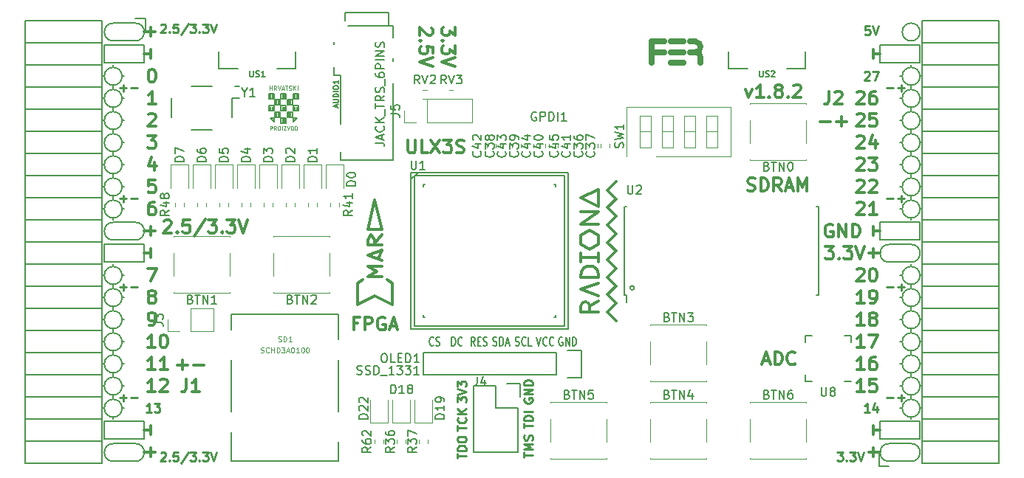
<source format=gto>
G04 #@! TF.GenerationSoftware,KiCad,Pcbnew,5.0.0-rc2-dev-unknown+dfsg1+20180318-2*
G04 #@! TF.CreationDate,2018-05-10T13:20:57+02:00*
G04 #@! TF.ProjectId,ulx3s,756C7833732E6B696361645F70636200,rev?*
G04 #@! TF.SameCoordinates,Original*
G04 #@! TF.FileFunction,Legend,Top*
G04 #@! TF.FilePolarity,Positive*
%FSLAX46Y46*%
G04 Gerber Fmt 4.6, Leading zero omitted, Abs format (unit mm)*
G04 Created by KiCad (PCBNEW 5.0.0-rc2-dev-unknown+dfsg1+20180318-2) date Thu May 10 13:20:57 2018*
%MOMM*%
%LPD*%
G01*
G04 APERTURE LIST*
%ADD10C,0.300000*%
%ADD11C,0.200000*%
%ADD12C,0.250000*%
%ADD13C,0.150000*%
%ADD14C,0.120000*%
%ADD15C,0.700000*%
%ADD16C,0.152400*%
%ADD17C,0.124460*%
%ADD18C,0.075000*%
G04 APERTURE END LIST*
D10*
X134560428Y-62144714D02*
X134560428Y-63073285D01*
X133989000Y-62573285D01*
X133989000Y-62787571D01*
X133917571Y-62930428D01*
X133846142Y-63001857D01*
X133703285Y-63073285D01*
X133346142Y-63073285D01*
X133203285Y-63001857D01*
X133131857Y-62930428D01*
X133060428Y-62787571D01*
X133060428Y-62359000D01*
X133131857Y-62216142D01*
X133203285Y-62144714D01*
X133203285Y-63716142D02*
X133131857Y-63787571D01*
X133060428Y-63716142D01*
X133131857Y-63644714D01*
X133203285Y-63716142D01*
X133060428Y-63716142D01*
X134560428Y-64287571D02*
X134560428Y-65216142D01*
X133989000Y-64716142D01*
X133989000Y-64930428D01*
X133917571Y-65073285D01*
X133846142Y-65144714D01*
X133703285Y-65216142D01*
X133346142Y-65216142D01*
X133203285Y-65144714D01*
X133131857Y-65073285D01*
X133060428Y-64930428D01*
X133060428Y-64501857D01*
X133131857Y-64359000D01*
X133203285Y-64287571D01*
X134560428Y-65644714D02*
X133060428Y-66144714D01*
X134560428Y-66644714D01*
X131877571Y-62216142D02*
X131949000Y-62287571D01*
X132020428Y-62430428D01*
X132020428Y-62787571D01*
X131949000Y-62930428D01*
X131877571Y-63001857D01*
X131734714Y-63073285D01*
X131591857Y-63073285D01*
X131377571Y-63001857D01*
X130520428Y-62144714D01*
X130520428Y-63073285D01*
X130663285Y-63716142D02*
X130591857Y-63787571D01*
X130520428Y-63716142D01*
X130591857Y-63644714D01*
X130663285Y-63716142D01*
X130520428Y-63716142D01*
X132020428Y-65144714D02*
X132020428Y-64430428D01*
X131306142Y-64359000D01*
X131377571Y-64430428D01*
X131449000Y-64573285D01*
X131449000Y-64930428D01*
X131377571Y-65073285D01*
X131306142Y-65144714D01*
X131163285Y-65216142D01*
X130806142Y-65216142D01*
X130663285Y-65144714D01*
X130591857Y-65073285D01*
X130520428Y-64930428D01*
X130520428Y-64573285D01*
X130591857Y-64430428D01*
X130663285Y-64359000D01*
X132020428Y-65644714D02*
X130520428Y-66144714D01*
X132020428Y-66644714D01*
X102760000Y-100897142D02*
X103902857Y-100897142D01*
X103331428Y-101468571D02*
X103331428Y-100325714D01*
X104617142Y-100897142D02*
X105760000Y-100897142D01*
X167847714Y-69226571D02*
X168204857Y-70226571D01*
X168562000Y-69226571D01*
X169919142Y-70226571D02*
X169062000Y-70226571D01*
X169490571Y-70226571D02*
X169490571Y-68726571D01*
X169347714Y-68940857D01*
X169204857Y-69083714D01*
X169062000Y-69155142D01*
X170562000Y-70083714D02*
X170633428Y-70155142D01*
X170562000Y-70226571D01*
X170490571Y-70155142D01*
X170562000Y-70083714D01*
X170562000Y-70226571D01*
X171490571Y-69369428D02*
X171347714Y-69298000D01*
X171276285Y-69226571D01*
X171204857Y-69083714D01*
X171204857Y-69012285D01*
X171276285Y-68869428D01*
X171347714Y-68798000D01*
X171490571Y-68726571D01*
X171776285Y-68726571D01*
X171919142Y-68798000D01*
X171990571Y-68869428D01*
X172062000Y-69012285D01*
X172062000Y-69083714D01*
X171990571Y-69226571D01*
X171919142Y-69298000D01*
X171776285Y-69369428D01*
X171490571Y-69369428D01*
X171347714Y-69440857D01*
X171276285Y-69512285D01*
X171204857Y-69655142D01*
X171204857Y-69940857D01*
X171276285Y-70083714D01*
X171347714Y-70155142D01*
X171490571Y-70226571D01*
X171776285Y-70226571D01*
X171919142Y-70155142D01*
X171990571Y-70083714D01*
X172062000Y-69940857D01*
X172062000Y-69655142D01*
X171990571Y-69512285D01*
X171919142Y-69440857D01*
X171776285Y-69369428D01*
X172704857Y-70083714D02*
X172776285Y-70155142D01*
X172704857Y-70226571D01*
X172633428Y-70155142D01*
X172704857Y-70083714D01*
X172704857Y-70226571D01*
X173347714Y-68869428D02*
X173419142Y-68798000D01*
X173562000Y-68726571D01*
X173919142Y-68726571D01*
X174062000Y-68798000D01*
X174133428Y-68869428D01*
X174204857Y-69012285D01*
X174204857Y-69155142D01*
X174133428Y-69369428D01*
X173276285Y-70226571D01*
X174204857Y-70226571D01*
X182492000Y-87582000D02*
X182492000Y-88598000D01*
X181984000Y-88090000D02*
X183254000Y-88090000D01*
X182492000Y-110442000D02*
X182492000Y-111458000D01*
X183254000Y-110950000D02*
X181984000Y-110950000D01*
X99688000Y-110442000D02*
X99688000Y-111458000D01*
X98926000Y-110950000D02*
X100196000Y-110950000D01*
X99688000Y-62182000D02*
X99688000Y-63198000D01*
X98926000Y-62690000D02*
X100196000Y-62690000D01*
X99688000Y-85042000D02*
X99688000Y-86058000D01*
X98926000Y-85550000D02*
X100196000Y-85550000D01*
D11*
X97910000Y-63706000D02*
G75*
G03X97910000Y-61674000I0J1016000D01*
G01*
X184270000Y-109934000D02*
G75*
G03X184270000Y-111966000I0J-1016000D01*
G01*
X95370000Y-111966000D02*
X97910000Y-111966000D01*
X95370000Y-109934000D02*
X97910000Y-109934000D01*
X97910000Y-111966000D02*
G75*
G03X97910000Y-109934000I0J1016000D01*
G01*
X95370000Y-109934000D02*
G75*
G03X95370000Y-111966000I0J-1016000D01*
G01*
X95370000Y-61674000D02*
X97910000Y-61674000D01*
X95370000Y-63706000D02*
X97910000Y-63706000D01*
X95370000Y-61674000D02*
G75*
G03X95370000Y-63706000I0J-1016000D01*
G01*
X95370000Y-84534000D02*
X97910000Y-84534000D01*
X95370000Y-86566000D02*
X97910000Y-86566000D01*
X95370000Y-84534000D02*
G75*
G03X95370000Y-86566000I0J-1016000D01*
G01*
X97910000Y-86566000D02*
G75*
G03X97910000Y-84534000I0J1016000D01*
G01*
X187826000Y-62690000D02*
G75*
G03X187826000Y-62690000I-1016000J0D01*
G01*
X184270000Y-89106000D02*
X186810000Y-89106000D01*
X184270000Y-87074000D02*
X186810000Y-87074000D01*
X184270000Y-87074000D02*
G75*
G03X184270000Y-89106000I0J-1016000D01*
G01*
X186810000Y-89106000D02*
G75*
G03X186810000Y-87074000I0J1016000D01*
G01*
X186810000Y-111966000D02*
X184270000Y-111966000D01*
X186810000Y-109934000D02*
X184270000Y-109934000D01*
X186810000Y-111966000D02*
G75*
G03X186810000Y-109934000I0J1016000D01*
G01*
X94354000Y-66246000D02*
X94354000Y-64214000D01*
X98926000Y-66246000D02*
X94354000Y-66246000D01*
X98926000Y-64214000D02*
X98926000Y-66246000D01*
X94354000Y-64214000D02*
X98926000Y-64214000D01*
X94354000Y-87074000D02*
X98926000Y-87074000D01*
X94354000Y-89106000D02*
X94354000Y-87074000D01*
X98926000Y-89106000D02*
X94354000Y-89106000D01*
X98926000Y-87074000D02*
X98926000Y-89106000D01*
X94354000Y-109426000D02*
X98926000Y-109426000D01*
X94354000Y-107394000D02*
X94354000Y-109426000D01*
X98926000Y-107394000D02*
X94354000Y-107394000D01*
X98926000Y-109426000D02*
X98926000Y-107394000D01*
X183254000Y-109426000D02*
X187826000Y-109426000D01*
X183254000Y-107394000D02*
X183254000Y-109426000D01*
X187826000Y-107394000D02*
X187826000Y-109426000D01*
X183254000Y-107394000D02*
X187826000Y-107394000D01*
X183254000Y-66246000D02*
X187826000Y-66246000D01*
X183254000Y-64214000D02*
X183254000Y-66246000D01*
X187826000Y-64214000D02*
X183254000Y-64214000D01*
X187826000Y-66246000D02*
X187826000Y-64214000D01*
X183254000Y-84534000D02*
X187826000Y-84534000D01*
X183254000Y-86566000D02*
X183254000Y-84534000D01*
X187826000Y-86566000D02*
X183254000Y-86566000D01*
X187826000Y-84534000D02*
X187826000Y-86566000D01*
D12*
X96148000Y-69111428D02*
X96909904Y-69111428D01*
X96528952Y-69492380D02*
X96528952Y-68730476D01*
X97386095Y-69111428D02*
X98148000Y-69111428D01*
X96148000Y-81811428D02*
X96909904Y-81811428D01*
X96528952Y-82192380D02*
X96528952Y-81430476D01*
X97386095Y-81811428D02*
X98148000Y-81811428D01*
X96148000Y-91971428D02*
X96909904Y-91971428D01*
X96528952Y-92352380D02*
X96528952Y-91590476D01*
X97386095Y-91971428D02*
X98148000Y-91971428D01*
X96148000Y-104671428D02*
X96909904Y-104671428D01*
X96528952Y-105052380D02*
X96528952Y-104290476D01*
X97386095Y-104671428D02*
X98148000Y-104671428D01*
X184032000Y-104671428D02*
X184793904Y-104671428D01*
X185270095Y-104671428D02*
X186032000Y-104671428D01*
X185651047Y-105052380D02*
X185651047Y-104290476D01*
X184032000Y-91971428D02*
X184793904Y-91971428D01*
X185270095Y-91971428D02*
X186032000Y-91971428D01*
X185651047Y-92352380D02*
X185651047Y-91590476D01*
X184032000Y-81811428D02*
X184793904Y-81811428D01*
X185270095Y-81811428D02*
X186032000Y-81811428D01*
X185651047Y-82192380D02*
X185651047Y-81430476D01*
X184032000Y-69111428D02*
X184793904Y-69111428D01*
X185270095Y-69111428D02*
X186032000Y-69111428D01*
X185651047Y-69492380D02*
X185651047Y-68730476D01*
D10*
X176420000Y-72957142D02*
X177562857Y-72957142D01*
X178277142Y-72957142D02*
X179420000Y-72957142D01*
X178848571Y-73528571D02*
X178848571Y-72385714D01*
D11*
X187826000Y-67770000D02*
G75*
G03X187826000Y-67770000I-1016000J0D01*
G01*
X187826000Y-70310000D02*
G75*
G03X187826000Y-70310000I-1016000J0D01*
G01*
X187826000Y-72850000D02*
G75*
G03X187826000Y-72850000I-1016000J0D01*
G01*
X187826000Y-75390000D02*
G75*
G03X187826000Y-75390000I-1016000J0D01*
G01*
X187826000Y-77930000D02*
G75*
G03X187826000Y-77930000I-1016000J0D01*
G01*
X187826000Y-80470000D02*
G75*
G03X187826000Y-80470000I-1016000J0D01*
G01*
X187826000Y-83010000D02*
G75*
G03X187826000Y-83010000I-1016000J0D01*
G01*
X187826000Y-90630000D02*
G75*
G03X187826000Y-90630000I-1016000J0D01*
G01*
X187826000Y-93170000D02*
G75*
G03X187826000Y-93170000I-1016000J0D01*
G01*
X187826000Y-95710000D02*
G75*
G03X187826000Y-95710000I-1016000J0D01*
G01*
X187826000Y-98250000D02*
G75*
G03X187826000Y-98250000I-1016000J0D01*
G01*
X187826000Y-100790000D02*
G75*
G03X187826000Y-100790000I-1016000J0D01*
G01*
X187826000Y-103330000D02*
G75*
G03X187826000Y-103330000I-1016000J0D01*
G01*
X187826000Y-105870000D02*
G75*
G03X187826000Y-105870000I-1016000J0D01*
G01*
X96386000Y-105870000D02*
G75*
G03X96386000Y-105870000I-1016000J0D01*
G01*
X96386000Y-103330000D02*
G75*
G03X96386000Y-103330000I-1016000J0D01*
G01*
X96386000Y-100790000D02*
G75*
G03X96386000Y-100790000I-1016000J0D01*
G01*
X96386000Y-98250000D02*
G75*
G03X96386000Y-98250000I-1016000J0D01*
G01*
X96386000Y-95710000D02*
G75*
G03X96386000Y-95710000I-1016000J0D01*
G01*
X96386000Y-93170000D02*
G75*
G03X96386000Y-93170000I-1016000J0D01*
G01*
X96386000Y-90630000D02*
G75*
G03X96386000Y-90630000I-1016000J0D01*
G01*
X96386000Y-83010000D02*
G75*
G03X96386000Y-83010000I-1016000J0D01*
G01*
X96386000Y-80470000D02*
G75*
G03X96386000Y-80470000I-1016000J0D01*
G01*
X96386000Y-77930000D02*
G75*
G03X96386000Y-77930000I-1016000J0D01*
G01*
X96386000Y-75390000D02*
G75*
G03X96386000Y-75390000I-1016000J0D01*
G01*
X96386000Y-72850000D02*
G75*
G03X96386000Y-72850000I-1016000J0D01*
G01*
X96386000Y-70310000D02*
G75*
G03X96386000Y-70310000I-1016000J0D01*
G01*
X96386000Y-67770000D02*
G75*
G03X96386000Y-67770000I-1016000J0D01*
G01*
D10*
X177793142Y-84800000D02*
X177650285Y-84728571D01*
X177436000Y-84728571D01*
X177221714Y-84800000D01*
X177078857Y-84942857D01*
X177007428Y-85085714D01*
X176936000Y-85371428D01*
X176936000Y-85585714D01*
X177007428Y-85871428D01*
X177078857Y-86014285D01*
X177221714Y-86157142D01*
X177436000Y-86228571D01*
X177578857Y-86228571D01*
X177793142Y-86157142D01*
X177864571Y-86085714D01*
X177864571Y-85585714D01*
X177578857Y-85585714D01*
X178507428Y-86228571D02*
X178507428Y-84728571D01*
X179364571Y-86228571D01*
X179364571Y-84728571D01*
X180078857Y-86228571D02*
X180078857Y-84728571D01*
X180436000Y-84728571D01*
X180650285Y-84800000D01*
X180793142Y-84942857D01*
X180864571Y-85085714D01*
X180936000Y-85371428D01*
X180936000Y-85585714D01*
X180864571Y-85871428D01*
X180793142Y-86014285D01*
X180650285Y-86157142D01*
X180436000Y-86228571D01*
X180078857Y-86228571D01*
X182492000Y-86058000D02*
X182492000Y-85042000D01*
X183254000Y-85550000D02*
X182492000Y-85550000D01*
X182492000Y-107902000D02*
X182492000Y-108918000D01*
X182492000Y-108410000D02*
X183254000Y-108410000D01*
D12*
X182047523Y-106322380D02*
X181476095Y-106322380D01*
X181761809Y-106322380D02*
X181761809Y-105322380D01*
X181666571Y-105465238D01*
X181571333Y-105560476D01*
X181476095Y-105608095D01*
X182904666Y-105655714D02*
X182904666Y-106322380D01*
X182666571Y-105274761D02*
X182428476Y-105989047D01*
X183047523Y-105989047D01*
X181476095Y-67317619D02*
X181523714Y-67270000D01*
X181618952Y-67222380D01*
X181857047Y-67222380D01*
X181952285Y-67270000D01*
X181999904Y-67317619D01*
X182047523Y-67412857D01*
X182047523Y-67508095D01*
X181999904Y-67650952D01*
X181428476Y-68222380D01*
X182047523Y-68222380D01*
X182380857Y-67222380D02*
X183047523Y-67222380D01*
X182618952Y-68222380D01*
D10*
X182492000Y-64722000D02*
X182492000Y-65738000D01*
X182492000Y-65230000D02*
X183254000Y-65230000D01*
X99688000Y-107902000D02*
X99688000Y-108918000D01*
X98926000Y-108410000D02*
X99688000Y-108410000D01*
X99315000Y-74568571D02*
X100243571Y-74568571D01*
X99743571Y-75140000D01*
X99957857Y-75140000D01*
X100100714Y-75211428D01*
X100172142Y-75282857D01*
X100243571Y-75425714D01*
X100243571Y-75782857D01*
X100172142Y-75925714D01*
X100100714Y-75997142D01*
X99957857Y-76068571D01*
X99529285Y-76068571D01*
X99386428Y-75997142D01*
X99315000Y-75925714D01*
X100100714Y-77608571D02*
X100100714Y-78608571D01*
X99743571Y-77037142D02*
X99386428Y-78108571D01*
X100315000Y-78108571D01*
X100172142Y-79648571D02*
X99457857Y-79648571D01*
X99386428Y-80362857D01*
X99457857Y-80291428D01*
X99600714Y-80220000D01*
X99957857Y-80220000D01*
X100100714Y-80291428D01*
X100172142Y-80362857D01*
X100243571Y-80505714D01*
X100243571Y-80862857D01*
X100172142Y-81005714D01*
X100100714Y-81077142D01*
X99957857Y-81148571D01*
X99600714Y-81148571D01*
X99457857Y-81077142D01*
X99386428Y-81005714D01*
D12*
X99751523Y-106322380D02*
X99180095Y-106322380D01*
X99465809Y-106322380D02*
X99465809Y-105322380D01*
X99370571Y-105465238D01*
X99275333Y-105560476D01*
X99180095Y-105608095D01*
X100084857Y-105322380D02*
X100703904Y-105322380D01*
X100370571Y-105703333D01*
X100513428Y-105703333D01*
X100608666Y-105750952D01*
X100656285Y-105798571D01*
X100703904Y-105893809D01*
X100703904Y-106131904D01*
X100656285Y-106227142D01*
X100608666Y-106274761D01*
X100513428Y-106322380D01*
X100227714Y-106322380D01*
X100132476Y-106274761D01*
X100084857Y-106227142D01*
D10*
X99315000Y-89808571D02*
X100315000Y-89808571D01*
X99672142Y-91308571D01*
X99688000Y-87582000D02*
X99688000Y-88598000D01*
X98926000Y-88090000D02*
X99688000Y-88090000D01*
X99688000Y-64722000D02*
X99688000Y-65738000D01*
X98926000Y-65230000D02*
X99688000Y-65230000D01*
D12*
X100817976Y-61874619D02*
X100865595Y-61827000D01*
X100960833Y-61779380D01*
X101198928Y-61779380D01*
X101294166Y-61827000D01*
X101341785Y-61874619D01*
X101389404Y-61969857D01*
X101389404Y-62065095D01*
X101341785Y-62207952D01*
X100770357Y-62779380D01*
X101389404Y-62779380D01*
X101817976Y-62684142D02*
X101865595Y-62731761D01*
X101817976Y-62779380D01*
X101770357Y-62731761D01*
X101817976Y-62684142D01*
X101817976Y-62779380D01*
X102770357Y-61779380D02*
X102294166Y-61779380D01*
X102246547Y-62255571D01*
X102294166Y-62207952D01*
X102389404Y-62160333D01*
X102627500Y-62160333D01*
X102722738Y-62207952D01*
X102770357Y-62255571D01*
X102817976Y-62350809D01*
X102817976Y-62588904D01*
X102770357Y-62684142D01*
X102722738Y-62731761D01*
X102627500Y-62779380D01*
X102389404Y-62779380D01*
X102294166Y-62731761D01*
X102246547Y-62684142D01*
X103960833Y-61731761D02*
X103103690Y-63017476D01*
X104198928Y-61779380D02*
X104817976Y-61779380D01*
X104484642Y-62160333D01*
X104627500Y-62160333D01*
X104722738Y-62207952D01*
X104770357Y-62255571D01*
X104817976Y-62350809D01*
X104817976Y-62588904D01*
X104770357Y-62684142D01*
X104722738Y-62731761D01*
X104627500Y-62779380D01*
X104341785Y-62779380D01*
X104246547Y-62731761D01*
X104198928Y-62684142D01*
X105246547Y-62684142D02*
X105294166Y-62731761D01*
X105246547Y-62779380D01*
X105198928Y-62731761D01*
X105246547Y-62684142D01*
X105246547Y-62779380D01*
X105627500Y-61779380D02*
X106246547Y-61779380D01*
X105913214Y-62160333D01*
X106056071Y-62160333D01*
X106151309Y-62207952D01*
X106198928Y-62255571D01*
X106246547Y-62350809D01*
X106246547Y-62588904D01*
X106198928Y-62684142D01*
X106151309Y-62731761D01*
X106056071Y-62779380D01*
X105770357Y-62779380D01*
X105675119Y-62731761D01*
X105627500Y-62684142D01*
X106532261Y-61779380D02*
X106865595Y-62779380D01*
X107198928Y-61779380D01*
X178360261Y-110910380D02*
X178979309Y-110910380D01*
X178645976Y-111291333D01*
X178788833Y-111291333D01*
X178884071Y-111338952D01*
X178931690Y-111386571D01*
X178979309Y-111481809D01*
X178979309Y-111719904D01*
X178931690Y-111815142D01*
X178884071Y-111862761D01*
X178788833Y-111910380D01*
X178503119Y-111910380D01*
X178407880Y-111862761D01*
X178360261Y-111815142D01*
X179407880Y-111815142D02*
X179455500Y-111862761D01*
X179407880Y-111910380D01*
X179360261Y-111862761D01*
X179407880Y-111815142D01*
X179407880Y-111910380D01*
X179788833Y-110910380D02*
X180407880Y-110910380D01*
X180074547Y-111291333D01*
X180217404Y-111291333D01*
X180312642Y-111338952D01*
X180360261Y-111386571D01*
X180407880Y-111481809D01*
X180407880Y-111719904D01*
X180360261Y-111815142D01*
X180312642Y-111862761D01*
X180217404Y-111910380D01*
X179931690Y-111910380D01*
X179836452Y-111862761D01*
X179788833Y-111815142D01*
X180693595Y-110910380D02*
X181026928Y-111910380D01*
X181360261Y-110910380D01*
D10*
X101199714Y-84381428D02*
X101271142Y-84310000D01*
X101414000Y-84238571D01*
X101771142Y-84238571D01*
X101914000Y-84310000D01*
X101985428Y-84381428D01*
X102056857Y-84524285D01*
X102056857Y-84667142D01*
X101985428Y-84881428D01*
X101128285Y-85738571D01*
X102056857Y-85738571D01*
X102699714Y-85595714D02*
X102771142Y-85667142D01*
X102699714Y-85738571D01*
X102628285Y-85667142D01*
X102699714Y-85595714D01*
X102699714Y-85738571D01*
X104128285Y-84238571D02*
X103414000Y-84238571D01*
X103342571Y-84952857D01*
X103414000Y-84881428D01*
X103556857Y-84810000D01*
X103914000Y-84810000D01*
X104056857Y-84881428D01*
X104128285Y-84952857D01*
X104199714Y-85095714D01*
X104199714Y-85452857D01*
X104128285Y-85595714D01*
X104056857Y-85667142D01*
X103914000Y-85738571D01*
X103556857Y-85738571D01*
X103414000Y-85667142D01*
X103342571Y-85595714D01*
X105914000Y-84167142D02*
X104628285Y-86095714D01*
X106271142Y-84238571D02*
X107199714Y-84238571D01*
X106699714Y-84810000D01*
X106914000Y-84810000D01*
X107056857Y-84881428D01*
X107128285Y-84952857D01*
X107199714Y-85095714D01*
X107199714Y-85452857D01*
X107128285Y-85595714D01*
X107056857Y-85667142D01*
X106914000Y-85738571D01*
X106485428Y-85738571D01*
X106342571Y-85667142D01*
X106271142Y-85595714D01*
X107842571Y-85595714D02*
X107914000Y-85667142D01*
X107842571Y-85738571D01*
X107771142Y-85667142D01*
X107842571Y-85595714D01*
X107842571Y-85738571D01*
X108414000Y-84238571D02*
X109342571Y-84238571D01*
X108842571Y-84810000D01*
X109056857Y-84810000D01*
X109199714Y-84881428D01*
X109271142Y-84952857D01*
X109342571Y-85095714D01*
X109342571Y-85452857D01*
X109271142Y-85595714D01*
X109199714Y-85667142D01*
X109056857Y-85738571D01*
X108628285Y-85738571D01*
X108485428Y-85667142D01*
X108414000Y-85595714D01*
X109771142Y-84238571D02*
X110271142Y-85738571D01*
X110771142Y-84238571D01*
D12*
X100817976Y-111023619D02*
X100865595Y-110976000D01*
X100960833Y-110928380D01*
X101198928Y-110928380D01*
X101294166Y-110976000D01*
X101341785Y-111023619D01*
X101389404Y-111118857D01*
X101389404Y-111214095D01*
X101341785Y-111356952D01*
X100770357Y-111928380D01*
X101389404Y-111928380D01*
X101817976Y-111833142D02*
X101865595Y-111880761D01*
X101817976Y-111928380D01*
X101770357Y-111880761D01*
X101817976Y-111833142D01*
X101817976Y-111928380D01*
X102770357Y-110928380D02*
X102294166Y-110928380D01*
X102246547Y-111404571D01*
X102294166Y-111356952D01*
X102389404Y-111309333D01*
X102627500Y-111309333D01*
X102722738Y-111356952D01*
X102770357Y-111404571D01*
X102817976Y-111499809D01*
X102817976Y-111737904D01*
X102770357Y-111833142D01*
X102722738Y-111880761D01*
X102627500Y-111928380D01*
X102389404Y-111928380D01*
X102294166Y-111880761D01*
X102246547Y-111833142D01*
X103960833Y-110880761D02*
X103103690Y-112166476D01*
X104198928Y-110928380D02*
X104817976Y-110928380D01*
X104484642Y-111309333D01*
X104627500Y-111309333D01*
X104722738Y-111356952D01*
X104770357Y-111404571D01*
X104817976Y-111499809D01*
X104817976Y-111737904D01*
X104770357Y-111833142D01*
X104722738Y-111880761D01*
X104627500Y-111928380D01*
X104341785Y-111928380D01*
X104246547Y-111880761D01*
X104198928Y-111833142D01*
X105246547Y-111833142D02*
X105294166Y-111880761D01*
X105246547Y-111928380D01*
X105198928Y-111880761D01*
X105246547Y-111833142D01*
X105246547Y-111928380D01*
X105627500Y-110928380D02*
X106246547Y-110928380D01*
X105913214Y-111309333D01*
X106056071Y-111309333D01*
X106151309Y-111356952D01*
X106198928Y-111404571D01*
X106246547Y-111499809D01*
X106246547Y-111737904D01*
X106198928Y-111833142D01*
X106151309Y-111880761D01*
X106056071Y-111928380D01*
X105770357Y-111928380D01*
X105675119Y-111880761D01*
X105627500Y-111833142D01*
X106532261Y-110928380D02*
X106865595Y-111928380D01*
X107198928Y-110928380D01*
X182047523Y-62015380D02*
X181571333Y-62015380D01*
X181523714Y-62491571D01*
X181571333Y-62443952D01*
X181666571Y-62396333D01*
X181904666Y-62396333D01*
X181999904Y-62443952D01*
X182047523Y-62491571D01*
X182095142Y-62586809D01*
X182095142Y-62824904D01*
X182047523Y-62920142D01*
X181999904Y-62967761D01*
X181904666Y-63015380D01*
X181666571Y-63015380D01*
X181571333Y-62967761D01*
X181523714Y-62920142D01*
X182380857Y-62015380D02*
X182714190Y-63015380D01*
X183047523Y-62015380D01*
D10*
X180587142Y-69631428D02*
X180658571Y-69560000D01*
X180801428Y-69488571D01*
X181158571Y-69488571D01*
X181301428Y-69560000D01*
X181372857Y-69631428D01*
X181444285Y-69774285D01*
X181444285Y-69917142D01*
X181372857Y-70131428D01*
X180515714Y-70988571D01*
X181444285Y-70988571D01*
X182730000Y-69488571D02*
X182444285Y-69488571D01*
X182301428Y-69560000D01*
X182230000Y-69631428D01*
X182087142Y-69845714D01*
X182015714Y-70131428D01*
X182015714Y-70702857D01*
X182087142Y-70845714D01*
X182158571Y-70917142D01*
X182301428Y-70988571D01*
X182587142Y-70988571D01*
X182730000Y-70917142D01*
X182801428Y-70845714D01*
X182872857Y-70702857D01*
X182872857Y-70345714D01*
X182801428Y-70202857D01*
X182730000Y-70131428D01*
X182587142Y-70060000D01*
X182301428Y-70060000D01*
X182158571Y-70131428D01*
X182087142Y-70202857D01*
X182015714Y-70345714D01*
X180587142Y-72171428D02*
X180658571Y-72100000D01*
X180801428Y-72028571D01*
X181158571Y-72028571D01*
X181301428Y-72100000D01*
X181372857Y-72171428D01*
X181444285Y-72314285D01*
X181444285Y-72457142D01*
X181372857Y-72671428D01*
X180515714Y-73528571D01*
X181444285Y-73528571D01*
X182801428Y-72028571D02*
X182087142Y-72028571D01*
X182015714Y-72742857D01*
X182087142Y-72671428D01*
X182230000Y-72600000D01*
X182587142Y-72600000D01*
X182730000Y-72671428D01*
X182801428Y-72742857D01*
X182872857Y-72885714D01*
X182872857Y-73242857D01*
X182801428Y-73385714D01*
X182730000Y-73457142D01*
X182587142Y-73528571D01*
X182230000Y-73528571D01*
X182087142Y-73457142D01*
X182015714Y-73385714D01*
X180587142Y-74711428D02*
X180658571Y-74640000D01*
X180801428Y-74568571D01*
X181158571Y-74568571D01*
X181301428Y-74640000D01*
X181372857Y-74711428D01*
X181444285Y-74854285D01*
X181444285Y-74997142D01*
X181372857Y-75211428D01*
X180515714Y-76068571D01*
X181444285Y-76068571D01*
X182730000Y-75068571D02*
X182730000Y-76068571D01*
X182372857Y-74497142D02*
X182015714Y-75568571D01*
X182944285Y-75568571D01*
X180587142Y-77251428D02*
X180658571Y-77180000D01*
X180801428Y-77108571D01*
X181158571Y-77108571D01*
X181301428Y-77180000D01*
X181372857Y-77251428D01*
X181444285Y-77394285D01*
X181444285Y-77537142D01*
X181372857Y-77751428D01*
X180515714Y-78608571D01*
X181444285Y-78608571D01*
X181944285Y-77108571D02*
X182872857Y-77108571D01*
X182372857Y-77680000D01*
X182587142Y-77680000D01*
X182730000Y-77751428D01*
X182801428Y-77822857D01*
X182872857Y-77965714D01*
X182872857Y-78322857D01*
X182801428Y-78465714D01*
X182730000Y-78537142D01*
X182587142Y-78608571D01*
X182158571Y-78608571D01*
X182015714Y-78537142D01*
X181944285Y-78465714D01*
X180587142Y-79791428D02*
X180658571Y-79720000D01*
X180801428Y-79648571D01*
X181158571Y-79648571D01*
X181301428Y-79720000D01*
X181372857Y-79791428D01*
X181444285Y-79934285D01*
X181444285Y-80077142D01*
X181372857Y-80291428D01*
X180515714Y-81148571D01*
X181444285Y-81148571D01*
X182015714Y-79791428D02*
X182087142Y-79720000D01*
X182230000Y-79648571D01*
X182587142Y-79648571D01*
X182730000Y-79720000D01*
X182801428Y-79791428D01*
X182872857Y-79934285D01*
X182872857Y-80077142D01*
X182801428Y-80291428D01*
X181944285Y-81148571D01*
X182872857Y-81148571D01*
X180587142Y-82331428D02*
X180658571Y-82260000D01*
X180801428Y-82188571D01*
X181158571Y-82188571D01*
X181301428Y-82260000D01*
X181372857Y-82331428D01*
X181444285Y-82474285D01*
X181444285Y-82617142D01*
X181372857Y-82831428D01*
X180515714Y-83688571D01*
X181444285Y-83688571D01*
X182872857Y-83688571D02*
X182015714Y-83688571D01*
X182444285Y-83688571D02*
X182444285Y-82188571D01*
X182301428Y-82402857D01*
X182158571Y-82545714D01*
X182015714Y-82617142D01*
X176975714Y-87268571D02*
X177904285Y-87268571D01*
X177404285Y-87840000D01*
X177618571Y-87840000D01*
X177761428Y-87911428D01*
X177832857Y-87982857D01*
X177904285Y-88125714D01*
X177904285Y-88482857D01*
X177832857Y-88625714D01*
X177761428Y-88697142D01*
X177618571Y-88768571D01*
X177190000Y-88768571D01*
X177047142Y-88697142D01*
X176975714Y-88625714D01*
X178547142Y-88625714D02*
X178618571Y-88697142D01*
X178547142Y-88768571D01*
X178475714Y-88697142D01*
X178547142Y-88625714D01*
X178547142Y-88768571D01*
X179118571Y-87268571D02*
X180047142Y-87268571D01*
X179547142Y-87840000D01*
X179761428Y-87840000D01*
X179904285Y-87911428D01*
X179975714Y-87982857D01*
X180047142Y-88125714D01*
X180047142Y-88482857D01*
X179975714Y-88625714D01*
X179904285Y-88697142D01*
X179761428Y-88768571D01*
X179332857Y-88768571D01*
X179190000Y-88697142D01*
X179118571Y-88625714D01*
X180475714Y-87268571D02*
X180975714Y-88768571D01*
X181475714Y-87268571D01*
X180587142Y-89951428D02*
X180658571Y-89880000D01*
X180801428Y-89808571D01*
X181158571Y-89808571D01*
X181301428Y-89880000D01*
X181372857Y-89951428D01*
X181444285Y-90094285D01*
X181444285Y-90237142D01*
X181372857Y-90451428D01*
X180515714Y-91308571D01*
X181444285Y-91308571D01*
X182372857Y-89808571D02*
X182515714Y-89808571D01*
X182658571Y-89880000D01*
X182730000Y-89951428D01*
X182801428Y-90094285D01*
X182872857Y-90380000D01*
X182872857Y-90737142D01*
X182801428Y-91022857D01*
X182730000Y-91165714D01*
X182658571Y-91237142D01*
X182515714Y-91308571D01*
X182372857Y-91308571D01*
X182230000Y-91237142D01*
X182158571Y-91165714D01*
X182087142Y-91022857D01*
X182015714Y-90737142D01*
X182015714Y-90380000D01*
X182087142Y-90094285D01*
X182158571Y-89951428D01*
X182230000Y-89880000D01*
X182372857Y-89808571D01*
X181444285Y-93848571D02*
X180587142Y-93848571D01*
X181015714Y-93848571D02*
X181015714Y-92348571D01*
X180872857Y-92562857D01*
X180730000Y-92705714D01*
X180587142Y-92777142D01*
X182158571Y-93848571D02*
X182444285Y-93848571D01*
X182587142Y-93777142D01*
X182658571Y-93705714D01*
X182801428Y-93491428D01*
X182872857Y-93205714D01*
X182872857Y-92634285D01*
X182801428Y-92491428D01*
X182730000Y-92420000D01*
X182587142Y-92348571D01*
X182301428Y-92348571D01*
X182158571Y-92420000D01*
X182087142Y-92491428D01*
X182015714Y-92634285D01*
X182015714Y-92991428D01*
X182087142Y-93134285D01*
X182158571Y-93205714D01*
X182301428Y-93277142D01*
X182587142Y-93277142D01*
X182730000Y-93205714D01*
X182801428Y-93134285D01*
X182872857Y-92991428D01*
X181444285Y-96388571D02*
X180587142Y-96388571D01*
X181015714Y-96388571D02*
X181015714Y-94888571D01*
X180872857Y-95102857D01*
X180730000Y-95245714D01*
X180587142Y-95317142D01*
X182301428Y-95531428D02*
X182158571Y-95460000D01*
X182087142Y-95388571D01*
X182015714Y-95245714D01*
X182015714Y-95174285D01*
X182087142Y-95031428D01*
X182158571Y-94960000D01*
X182301428Y-94888571D01*
X182587142Y-94888571D01*
X182730000Y-94960000D01*
X182801428Y-95031428D01*
X182872857Y-95174285D01*
X182872857Y-95245714D01*
X182801428Y-95388571D01*
X182730000Y-95460000D01*
X182587142Y-95531428D01*
X182301428Y-95531428D01*
X182158571Y-95602857D01*
X182087142Y-95674285D01*
X182015714Y-95817142D01*
X182015714Y-96102857D01*
X182087142Y-96245714D01*
X182158571Y-96317142D01*
X182301428Y-96388571D01*
X182587142Y-96388571D01*
X182730000Y-96317142D01*
X182801428Y-96245714D01*
X182872857Y-96102857D01*
X182872857Y-95817142D01*
X182801428Y-95674285D01*
X182730000Y-95602857D01*
X182587142Y-95531428D01*
X181444285Y-98928571D02*
X180587142Y-98928571D01*
X181015714Y-98928571D02*
X181015714Y-97428571D01*
X180872857Y-97642857D01*
X180730000Y-97785714D01*
X180587142Y-97857142D01*
X181944285Y-97428571D02*
X182944285Y-97428571D01*
X182301428Y-98928571D01*
X181444285Y-101468571D02*
X180587142Y-101468571D01*
X181015714Y-101468571D02*
X181015714Y-99968571D01*
X180872857Y-100182857D01*
X180730000Y-100325714D01*
X180587142Y-100397142D01*
X182730000Y-99968571D02*
X182444285Y-99968571D01*
X182301428Y-100040000D01*
X182230000Y-100111428D01*
X182087142Y-100325714D01*
X182015714Y-100611428D01*
X182015714Y-101182857D01*
X182087142Y-101325714D01*
X182158571Y-101397142D01*
X182301428Y-101468571D01*
X182587142Y-101468571D01*
X182730000Y-101397142D01*
X182801428Y-101325714D01*
X182872857Y-101182857D01*
X182872857Y-100825714D01*
X182801428Y-100682857D01*
X182730000Y-100611428D01*
X182587142Y-100540000D01*
X182301428Y-100540000D01*
X182158571Y-100611428D01*
X182087142Y-100682857D01*
X182015714Y-100825714D01*
X181444285Y-104008571D02*
X180587142Y-104008571D01*
X181015714Y-104008571D02*
X181015714Y-102508571D01*
X180872857Y-102722857D01*
X180730000Y-102865714D01*
X180587142Y-102937142D01*
X182801428Y-102508571D02*
X182087142Y-102508571D01*
X182015714Y-103222857D01*
X182087142Y-103151428D01*
X182230000Y-103080000D01*
X182587142Y-103080000D01*
X182730000Y-103151428D01*
X182801428Y-103222857D01*
X182872857Y-103365714D01*
X182872857Y-103722857D01*
X182801428Y-103865714D01*
X182730000Y-103937142D01*
X182587142Y-104008571D01*
X182230000Y-104008571D01*
X182087142Y-103937142D01*
X182015714Y-103865714D01*
D11*
X186810000Y-66500000D02*
X186810000Y-66754000D01*
X187826000Y-67770000D02*
X188080000Y-67770000D01*
X185540000Y-67770000D02*
X185794000Y-67770000D01*
X186810000Y-69294000D02*
X186810000Y-68786000D01*
X187826000Y-70310000D02*
X188080000Y-70310000D01*
X185540000Y-70310000D02*
X185794000Y-70310000D01*
X186810000Y-71326000D02*
X186810000Y-71834000D01*
X187826000Y-72850000D02*
X188080000Y-72850000D01*
X185540000Y-72850000D02*
X185794000Y-72850000D01*
X186810000Y-73866000D02*
X186810000Y-74374000D01*
X187826000Y-75390000D02*
X188080000Y-75390000D01*
X185540000Y-75390000D02*
X185794000Y-75390000D01*
X186810000Y-76406000D02*
X186810000Y-76914000D01*
X187826000Y-77930000D02*
X188080000Y-77930000D01*
X185540000Y-77930000D02*
X185794000Y-77930000D01*
X186810000Y-79454000D02*
X186810000Y-78946000D01*
X187826000Y-80470000D02*
X188080000Y-80470000D01*
X185540000Y-80470000D02*
X185794000Y-80470000D01*
X186810000Y-81994000D02*
X186810000Y-81486000D01*
X187826000Y-83010000D02*
X188080000Y-83010000D01*
X185540000Y-83010000D02*
X185794000Y-83010000D01*
X186810000Y-84026000D02*
X186810000Y-84280000D01*
X186810000Y-89360000D02*
X186810000Y-89614000D01*
X187826000Y-90630000D02*
X188080000Y-90630000D01*
X185540000Y-90630000D02*
X185794000Y-90630000D01*
X186810000Y-91646000D02*
X186810000Y-92154000D01*
X187826000Y-93170000D02*
X188080000Y-93170000D01*
X185540000Y-93170000D02*
X185794000Y-93170000D01*
X186810000Y-94186000D02*
X186810000Y-94694000D01*
X187826000Y-95710000D02*
X188080000Y-95710000D01*
X185540000Y-95710000D02*
X185794000Y-95710000D01*
X186810000Y-97234000D02*
X186810000Y-96726000D01*
X187826000Y-98250000D02*
X188080000Y-98250000D01*
X185540000Y-98250000D02*
X185794000Y-98250000D01*
X187826000Y-100790000D02*
X188080000Y-100790000D01*
X185540000Y-100790000D02*
X185794000Y-100790000D01*
X186810000Y-99266000D02*
X186810000Y-99774000D01*
X186810000Y-102314000D02*
X186810000Y-101806000D01*
X187826000Y-103330000D02*
X188080000Y-103330000D01*
X185540000Y-103330000D02*
X185794000Y-103330000D01*
X186810000Y-104346000D02*
X186810000Y-104854000D01*
X185540000Y-105870000D02*
X185794000Y-105870000D01*
X187826000Y-105870000D02*
X188080000Y-105870000D01*
X186810000Y-106886000D02*
X186810000Y-107140000D01*
X95370000Y-66754000D02*
X95370000Y-66500000D01*
X96386000Y-67770000D02*
X96640000Y-67770000D01*
X94100000Y-67770000D02*
X94354000Y-67770000D01*
X95370000Y-68786000D02*
X95370000Y-69294000D01*
X96386000Y-70310000D02*
X96640000Y-70310000D01*
X94100000Y-70310000D02*
X94354000Y-70310000D01*
X95370000Y-71326000D02*
X95370000Y-71834000D01*
X96386000Y-72850000D02*
X96640000Y-72850000D01*
X94100000Y-72850000D02*
X94354000Y-72850000D01*
X95370000Y-73866000D02*
X95370000Y-74374000D01*
X96386000Y-75390000D02*
X96640000Y-75390000D01*
X95370000Y-76406000D02*
X95370000Y-76914000D01*
X96386000Y-77930000D02*
X96640000Y-77930000D01*
X94100000Y-77930000D02*
X94354000Y-77930000D01*
X95370000Y-79454000D02*
X95370000Y-78946000D01*
X96386000Y-80470000D02*
X96640000Y-80470000D01*
X94100000Y-80470000D02*
X94354000Y-80470000D01*
X95370000Y-81486000D02*
X95370000Y-81994000D01*
X96386000Y-83010000D02*
X96640000Y-83010000D01*
X95370000Y-84026000D02*
X95370000Y-84280000D01*
X94100000Y-83010000D02*
X94354000Y-83010000D01*
X95370000Y-106886000D02*
X95370000Y-107140000D01*
X95370000Y-89360000D02*
X95370000Y-89614000D01*
X96386000Y-93170000D02*
X96640000Y-93170000D01*
X94100000Y-93170000D02*
X94354000Y-93170000D01*
X95370000Y-94186000D02*
X95370000Y-94694000D01*
X94100000Y-90630000D02*
X94354000Y-90630000D01*
X96386000Y-90630000D02*
X96640000Y-90630000D01*
X95370000Y-92154000D02*
X95370000Y-91646000D01*
X96386000Y-95710000D02*
X96640000Y-95710000D01*
X94100000Y-95710000D02*
X94354000Y-95710000D01*
X96386000Y-98250000D02*
X96640000Y-98250000D01*
X94354000Y-98250000D02*
X94100000Y-98250000D01*
X95370000Y-96726000D02*
X95370000Y-97234000D01*
X95370000Y-99266000D02*
X95370000Y-99774000D01*
X94100000Y-100790000D02*
X94354000Y-100790000D01*
X96386000Y-100790000D02*
X96640000Y-100790000D01*
X94100000Y-103330000D02*
X94354000Y-103330000D01*
X96386000Y-103330000D02*
X96640000Y-103330000D01*
X95370000Y-101806000D02*
X95370000Y-102314000D01*
X95370000Y-104346000D02*
X95370000Y-104854000D01*
X96386000Y-105870000D02*
X96640000Y-105870000D01*
X94100000Y-105870000D02*
X94354000Y-105870000D01*
D10*
X100164285Y-104008571D02*
X99307142Y-104008571D01*
X99735714Y-104008571D02*
X99735714Y-102508571D01*
X99592857Y-102722857D01*
X99450000Y-102865714D01*
X99307142Y-102937142D01*
X100735714Y-102651428D02*
X100807142Y-102580000D01*
X100950000Y-102508571D01*
X101307142Y-102508571D01*
X101450000Y-102580000D01*
X101521428Y-102651428D01*
X101592857Y-102794285D01*
X101592857Y-102937142D01*
X101521428Y-103151428D01*
X100664285Y-104008571D01*
X101592857Y-104008571D01*
X100164285Y-101468571D02*
X99307142Y-101468571D01*
X99735714Y-101468571D02*
X99735714Y-99968571D01*
X99592857Y-100182857D01*
X99450000Y-100325714D01*
X99307142Y-100397142D01*
X101592857Y-101468571D02*
X100735714Y-101468571D01*
X101164285Y-101468571D02*
X101164285Y-99968571D01*
X101021428Y-100182857D01*
X100878571Y-100325714D01*
X100735714Y-100397142D01*
X100164285Y-98928571D02*
X99307142Y-98928571D01*
X99735714Y-98928571D02*
X99735714Y-97428571D01*
X99592857Y-97642857D01*
X99450000Y-97785714D01*
X99307142Y-97857142D01*
X101092857Y-97428571D02*
X101235714Y-97428571D01*
X101378571Y-97500000D01*
X101450000Y-97571428D01*
X101521428Y-97714285D01*
X101592857Y-98000000D01*
X101592857Y-98357142D01*
X101521428Y-98642857D01*
X101450000Y-98785714D01*
X101378571Y-98857142D01*
X101235714Y-98928571D01*
X101092857Y-98928571D01*
X100950000Y-98857142D01*
X100878571Y-98785714D01*
X100807142Y-98642857D01*
X100735714Y-98357142D01*
X100735714Y-98000000D01*
X100807142Y-97714285D01*
X100878571Y-97571428D01*
X100950000Y-97500000D01*
X101092857Y-97428571D01*
X99529285Y-96388571D02*
X99815000Y-96388571D01*
X99957857Y-96317142D01*
X100029285Y-96245714D01*
X100172142Y-96031428D01*
X100243571Y-95745714D01*
X100243571Y-95174285D01*
X100172142Y-95031428D01*
X100100714Y-94960000D01*
X99957857Y-94888571D01*
X99672142Y-94888571D01*
X99529285Y-94960000D01*
X99457857Y-95031428D01*
X99386428Y-95174285D01*
X99386428Y-95531428D01*
X99457857Y-95674285D01*
X99529285Y-95745714D01*
X99672142Y-95817142D01*
X99957857Y-95817142D01*
X100100714Y-95745714D01*
X100172142Y-95674285D01*
X100243571Y-95531428D01*
X99672142Y-92991428D02*
X99529285Y-92920000D01*
X99457857Y-92848571D01*
X99386428Y-92705714D01*
X99386428Y-92634285D01*
X99457857Y-92491428D01*
X99529285Y-92420000D01*
X99672142Y-92348571D01*
X99957857Y-92348571D01*
X100100714Y-92420000D01*
X100172142Y-92491428D01*
X100243571Y-92634285D01*
X100243571Y-92705714D01*
X100172142Y-92848571D01*
X100100714Y-92920000D01*
X99957857Y-92991428D01*
X99672142Y-92991428D01*
X99529285Y-93062857D01*
X99457857Y-93134285D01*
X99386428Y-93277142D01*
X99386428Y-93562857D01*
X99457857Y-93705714D01*
X99529285Y-93777142D01*
X99672142Y-93848571D01*
X99957857Y-93848571D01*
X100100714Y-93777142D01*
X100172142Y-93705714D01*
X100243571Y-93562857D01*
X100243571Y-93277142D01*
X100172142Y-93134285D01*
X100100714Y-93062857D01*
X99957857Y-92991428D01*
X100100714Y-82188571D02*
X99815000Y-82188571D01*
X99672142Y-82260000D01*
X99600714Y-82331428D01*
X99457857Y-82545714D01*
X99386428Y-82831428D01*
X99386428Y-83402857D01*
X99457857Y-83545714D01*
X99529285Y-83617142D01*
X99672142Y-83688571D01*
X99957857Y-83688571D01*
X100100714Y-83617142D01*
X100172142Y-83545714D01*
X100243571Y-83402857D01*
X100243571Y-83045714D01*
X100172142Y-82902857D01*
X100100714Y-82831428D01*
X99957857Y-82760000D01*
X99672142Y-82760000D01*
X99529285Y-82831428D01*
X99457857Y-82902857D01*
X99386428Y-83045714D01*
X99386428Y-72171428D02*
X99457857Y-72100000D01*
X99600714Y-72028571D01*
X99957857Y-72028571D01*
X100100714Y-72100000D01*
X100172142Y-72171428D01*
X100243571Y-72314285D01*
X100243571Y-72457142D01*
X100172142Y-72671428D01*
X99315000Y-73528571D01*
X100243571Y-73528571D01*
X100243571Y-70988571D02*
X99386428Y-70988571D01*
X99815000Y-70988571D02*
X99815000Y-69488571D01*
X99672142Y-69702857D01*
X99529285Y-69845714D01*
X99386428Y-69917142D01*
X99743571Y-66948571D02*
X99886428Y-66948571D01*
X100029285Y-67020000D01*
X100100714Y-67091428D01*
X100172142Y-67234285D01*
X100243571Y-67520000D01*
X100243571Y-67877142D01*
X100172142Y-68162857D01*
X100100714Y-68305714D01*
X100029285Y-68377142D01*
X99886428Y-68448571D01*
X99743571Y-68448571D01*
X99600714Y-68377142D01*
X99529285Y-68305714D01*
X99457857Y-68162857D01*
X99386428Y-67877142D01*
X99386428Y-67520000D01*
X99457857Y-67234285D01*
X99529285Y-67091428D01*
X99600714Y-67020000D01*
X99743571Y-66948571D01*
X129148428Y-75076571D02*
X129148428Y-76290857D01*
X129219857Y-76433714D01*
X129291285Y-76505142D01*
X129434142Y-76576571D01*
X129719857Y-76576571D01*
X129862714Y-76505142D01*
X129934142Y-76433714D01*
X130005571Y-76290857D01*
X130005571Y-75076571D01*
X131434142Y-76576571D02*
X130719857Y-76576571D01*
X130719857Y-75076571D01*
X131791285Y-75076571D02*
X132791285Y-76576571D01*
X132791285Y-75076571D02*
X131791285Y-76576571D01*
X133219857Y-75076571D02*
X134148428Y-75076571D01*
X133648428Y-75648000D01*
X133862714Y-75648000D01*
X134005571Y-75719428D01*
X134077000Y-75790857D01*
X134148428Y-75933714D01*
X134148428Y-76290857D01*
X134077000Y-76433714D01*
X134005571Y-76505142D01*
X133862714Y-76576571D01*
X133434142Y-76576571D01*
X133291285Y-76505142D01*
X133219857Y-76433714D01*
X134719857Y-76505142D02*
X134934142Y-76576571D01*
X135291285Y-76576571D01*
X135434142Y-76505142D01*
X135505571Y-76433714D01*
X135577000Y-76290857D01*
X135577000Y-76148000D01*
X135505571Y-76005142D01*
X135434142Y-75933714D01*
X135291285Y-75862285D01*
X135005571Y-75790857D01*
X134862714Y-75719428D01*
X134791285Y-75648000D01*
X134719857Y-75505142D01*
X134719857Y-75362285D01*
X134791285Y-75219428D01*
X134862714Y-75148000D01*
X135005571Y-75076571D01*
X135362714Y-75076571D01*
X135577000Y-75148000D01*
X123413428Y-96110857D02*
X122913428Y-96110857D01*
X122913428Y-96896571D02*
X122913428Y-95396571D01*
X123627714Y-95396571D01*
X124199142Y-96896571D02*
X124199142Y-95396571D01*
X124770571Y-95396571D01*
X124913428Y-95468000D01*
X124984857Y-95539428D01*
X125056285Y-95682285D01*
X125056285Y-95896571D01*
X124984857Y-96039428D01*
X124913428Y-96110857D01*
X124770571Y-96182285D01*
X124199142Y-96182285D01*
X126484857Y-95468000D02*
X126342000Y-95396571D01*
X126127714Y-95396571D01*
X125913428Y-95468000D01*
X125770571Y-95610857D01*
X125699142Y-95753714D01*
X125627714Y-96039428D01*
X125627714Y-96253714D01*
X125699142Y-96539428D01*
X125770571Y-96682285D01*
X125913428Y-96825142D01*
X126127714Y-96896571D01*
X126270571Y-96896571D01*
X126484857Y-96825142D01*
X126556285Y-96753714D01*
X126556285Y-96253714D01*
X126270571Y-96253714D01*
X127127714Y-96468000D02*
X127842000Y-96468000D01*
X126984857Y-96896571D02*
X127484857Y-95396571D01*
X127984857Y-96896571D01*
X168077928Y-80886642D02*
X168292214Y-80958071D01*
X168649357Y-80958071D01*
X168792214Y-80886642D01*
X168863642Y-80815214D01*
X168935071Y-80672357D01*
X168935071Y-80529500D01*
X168863642Y-80386642D01*
X168792214Y-80315214D01*
X168649357Y-80243785D01*
X168363642Y-80172357D01*
X168220785Y-80100928D01*
X168149357Y-80029500D01*
X168077928Y-79886642D01*
X168077928Y-79743785D01*
X168149357Y-79600928D01*
X168220785Y-79529500D01*
X168363642Y-79458071D01*
X168720785Y-79458071D01*
X168935071Y-79529500D01*
X169577928Y-80958071D02*
X169577928Y-79458071D01*
X169935071Y-79458071D01*
X170149357Y-79529500D01*
X170292214Y-79672357D01*
X170363642Y-79815214D01*
X170435071Y-80100928D01*
X170435071Y-80315214D01*
X170363642Y-80600928D01*
X170292214Y-80743785D01*
X170149357Y-80886642D01*
X169935071Y-80958071D01*
X169577928Y-80958071D01*
X171935071Y-80958071D02*
X171435071Y-80243785D01*
X171077928Y-80958071D02*
X171077928Y-79458071D01*
X171649357Y-79458071D01*
X171792214Y-79529500D01*
X171863642Y-79600928D01*
X171935071Y-79743785D01*
X171935071Y-79958071D01*
X171863642Y-80100928D01*
X171792214Y-80172357D01*
X171649357Y-80243785D01*
X171077928Y-80243785D01*
X172506500Y-80529500D02*
X173220785Y-80529500D01*
X172363642Y-80958071D02*
X172863642Y-79458071D01*
X173363642Y-80958071D01*
X173863642Y-80958071D02*
X173863642Y-79458071D01*
X174363642Y-80529500D01*
X174863642Y-79458071D01*
X174863642Y-80958071D01*
X169822857Y-100450000D02*
X170537142Y-100450000D01*
X169680000Y-100878571D02*
X170180000Y-99378571D01*
X170680000Y-100878571D01*
X171180000Y-100878571D02*
X171180000Y-99378571D01*
X171537142Y-99378571D01*
X171751428Y-99450000D01*
X171894285Y-99592857D01*
X171965714Y-99735714D01*
X172037142Y-100021428D01*
X172037142Y-100235714D01*
X171965714Y-100521428D01*
X171894285Y-100664285D01*
X171751428Y-100807142D01*
X171537142Y-100878571D01*
X171180000Y-100878571D01*
X173537142Y-100735714D02*
X173465714Y-100807142D01*
X173251428Y-100878571D01*
X173108571Y-100878571D01*
X172894285Y-100807142D01*
X172751428Y-100664285D01*
X172680000Y-100521428D01*
X172608571Y-100235714D01*
X172608571Y-100021428D01*
X172680000Y-99735714D01*
X172751428Y-99592857D01*
X172894285Y-99450000D01*
X173108571Y-99378571D01*
X173251428Y-99378571D01*
X173465714Y-99450000D01*
X173537142Y-99521428D01*
D12*
X142447380Y-111521333D02*
X142447380Y-110949904D01*
X143447380Y-111235619D02*
X142447380Y-111235619D01*
X143447380Y-110616571D02*
X142447380Y-110616571D01*
X143161666Y-110283238D01*
X142447380Y-109949904D01*
X143447380Y-109949904D01*
X143399761Y-109521333D02*
X143447380Y-109378476D01*
X143447380Y-109140380D01*
X143399761Y-109045142D01*
X143352142Y-108997523D01*
X143256904Y-108949904D01*
X143161666Y-108949904D01*
X143066428Y-108997523D01*
X143018809Y-109045142D01*
X142971190Y-109140380D01*
X142923571Y-109330857D01*
X142875952Y-109426095D01*
X142828333Y-109473714D01*
X142733095Y-109521333D01*
X142637857Y-109521333D01*
X142542619Y-109473714D01*
X142495000Y-109426095D01*
X142447380Y-109330857D01*
X142447380Y-109092761D01*
X142495000Y-108949904D01*
X142447380Y-108163809D02*
X142447380Y-107592380D01*
X143447380Y-107878095D02*
X142447380Y-107878095D01*
X143447380Y-107259047D02*
X142447380Y-107259047D01*
X142447380Y-107020952D01*
X142495000Y-106878095D01*
X142590238Y-106782857D01*
X142685476Y-106735238D01*
X142875952Y-106687619D01*
X143018809Y-106687619D01*
X143209285Y-106735238D01*
X143304523Y-106782857D01*
X143399761Y-106878095D01*
X143447380Y-107020952D01*
X143447380Y-107259047D01*
X143447380Y-106259047D02*
X142447380Y-106259047D01*
X142495000Y-104726904D02*
X142447380Y-104822142D01*
X142447380Y-104965000D01*
X142495000Y-105107857D01*
X142590238Y-105203095D01*
X142685476Y-105250714D01*
X142875952Y-105298333D01*
X143018809Y-105298333D01*
X143209285Y-105250714D01*
X143304523Y-105203095D01*
X143399761Y-105107857D01*
X143447380Y-104965000D01*
X143447380Y-104869761D01*
X143399761Y-104726904D01*
X143352142Y-104679285D01*
X143018809Y-104679285D01*
X143018809Y-104869761D01*
X143447380Y-104250714D02*
X142447380Y-104250714D01*
X143447380Y-103679285D01*
X142447380Y-103679285D01*
X143447380Y-103203095D02*
X142447380Y-103203095D01*
X142447380Y-102965000D01*
X142495000Y-102822142D01*
X142590238Y-102726904D01*
X142685476Y-102679285D01*
X142875952Y-102631666D01*
X143018809Y-102631666D01*
X143209285Y-102679285D01*
X143304523Y-102726904D01*
X143399761Y-102822142D01*
X143447380Y-102965000D01*
X143447380Y-103203095D01*
X134827380Y-111624523D02*
X134827380Y-111053095D01*
X135827380Y-111338809D02*
X134827380Y-111338809D01*
X135827380Y-110719761D02*
X134827380Y-110719761D01*
X134827380Y-110481666D01*
X134875000Y-110338809D01*
X134970238Y-110243571D01*
X135065476Y-110195952D01*
X135255952Y-110148333D01*
X135398809Y-110148333D01*
X135589285Y-110195952D01*
X135684523Y-110243571D01*
X135779761Y-110338809D01*
X135827380Y-110481666D01*
X135827380Y-110719761D01*
X134827380Y-109529285D02*
X134827380Y-109338809D01*
X134875000Y-109243571D01*
X134970238Y-109148333D01*
X135160714Y-109100714D01*
X135494047Y-109100714D01*
X135684523Y-109148333D01*
X135779761Y-109243571D01*
X135827380Y-109338809D01*
X135827380Y-109529285D01*
X135779761Y-109624523D01*
X135684523Y-109719761D01*
X135494047Y-109767380D01*
X135160714Y-109767380D01*
X134970238Y-109719761D01*
X134875000Y-109624523D01*
X134827380Y-109529285D01*
X134827380Y-108425714D02*
X134827380Y-107854285D01*
X135827380Y-108140000D02*
X134827380Y-108140000D01*
X135732142Y-106949523D02*
X135779761Y-106997142D01*
X135827380Y-107140000D01*
X135827380Y-107235238D01*
X135779761Y-107378095D01*
X135684523Y-107473333D01*
X135589285Y-107520952D01*
X135398809Y-107568571D01*
X135255952Y-107568571D01*
X135065476Y-107520952D01*
X134970238Y-107473333D01*
X134875000Y-107378095D01*
X134827380Y-107235238D01*
X134827380Y-107140000D01*
X134875000Y-106997142D01*
X134922619Y-106949523D01*
X135827380Y-106520952D02*
X134827380Y-106520952D01*
X135827380Y-105949523D02*
X135255952Y-106378095D01*
X134827380Y-105949523D02*
X135398809Y-106520952D01*
X134827380Y-105203095D02*
X134827380Y-104584047D01*
X135208333Y-104917380D01*
X135208333Y-104774523D01*
X135255952Y-104679285D01*
X135303571Y-104631666D01*
X135398809Y-104584047D01*
X135636904Y-104584047D01*
X135732142Y-104631666D01*
X135779761Y-104679285D01*
X135827380Y-104774523D01*
X135827380Y-105060238D01*
X135779761Y-105155476D01*
X135732142Y-105203095D01*
X134827380Y-104298333D02*
X135827380Y-103965000D01*
X134827380Y-103631666D01*
X134827380Y-103393571D02*
X134827380Y-102774523D01*
X135208333Y-103107857D01*
X135208333Y-102965000D01*
X135255952Y-102869761D01*
X135303571Y-102822142D01*
X135398809Y-102774523D01*
X135636904Y-102774523D01*
X135732142Y-102822142D01*
X135779761Y-102869761D01*
X135827380Y-102965000D01*
X135827380Y-103250714D01*
X135779761Y-103345952D01*
X135732142Y-103393571D01*
D13*
X85270000Y-112220000D02*
X94100000Y-112220000D01*
X85270000Y-109680000D02*
X85270000Y-112220000D01*
X94100000Y-109680000D02*
X94100000Y-112220000D01*
X94100000Y-112220000D02*
X85270000Y-112220000D01*
X94100000Y-109680000D02*
X85270000Y-109680000D01*
X94100000Y-107140000D02*
X94100000Y-109680000D01*
X85270000Y-107140000D02*
X85270000Y-109680000D01*
X85270000Y-109680000D02*
X94100000Y-109680000D01*
X85270000Y-91900000D02*
X94100000Y-91900000D01*
X85270000Y-89360000D02*
X85270000Y-91900000D01*
X94100000Y-89360000D02*
X94100000Y-91900000D01*
X94100000Y-91900000D02*
X85270000Y-91900000D01*
X94100000Y-94440000D02*
X85270000Y-94440000D01*
X94100000Y-91900000D02*
X94100000Y-94440000D01*
X85270000Y-91900000D02*
X85270000Y-94440000D01*
X85270000Y-94440000D02*
X94100000Y-94440000D01*
X85270000Y-107140000D02*
X94100000Y-107140000D01*
X85270000Y-104600000D02*
X85270000Y-107140000D01*
X94100000Y-104600000D02*
X94100000Y-107140000D01*
X94100000Y-107140000D02*
X85270000Y-107140000D01*
X94100000Y-104600000D02*
X85270000Y-104600000D01*
X94100000Y-102060000D02*
X94100000Y-104600000D01*
X85270000Y-102060000D02*
X85270000Y-104600000D01*
X85270000Y-104600000D02*
X94100000Y-104600000D01*
X85270000Y-102060000D02*
X94100000Y-102060000D01*
X85270000Y-99520000D02*
X85270000Y-102060000D01*
X94100000Y-99520000D02*
X94100000Y-102060000D01*
X94100000Y-102060000D02*
X85270000Y-102060000D01*
X94100000Y-99520000D02*
X85270000Y-99520000D01*
X94100000Y-96980000D02*
X94100000Y-99520000D01*
X85270000Y-96980000D02*
X85270000Y-99520000D01*
X85270000Y-99520000D02*
X94100000Y-99520000D01*
X85270000Y-96980000D02*
X94100000Y-96980000D01*
X85270000Y-94440000D02*
X85270000Y-96980000D01*
X94100000Y-94440000D02*
X94100000Y-96980000D01*
X94100000Y-96980000D02*
X85270000Y-96980000D01*
X94100000Y-79200000D02*
X85270000Y-79200000D01*
X94100000Y-76660000D02*
X94100000Y-79200000D01*
X85270000Y-76660000D02*
X85270000Y-79200000D01*
X85270000Y-79200000D02*
X94100000Y-79200000D01*
X85270000Y-81740000D02*
X94100000Y-81740000D01*
X85270000Y-79200000D02*
X85270000Y-81740000D01*
X94100000Y-79200000D02*
X94100000Y-81740000D01*
X94100000Y-81740000D02*
X85270000Y-81740000D01*
X94100000Y-84280000D02*
X85270000Y-84280000D01*
X94100000Y-81740000D02*
X94100000Y-84280000D01*
X85270000Y-81740000D02*
X85270000Y-84280000D01*
X85270000Y-84280000D02*
X94100000Y-84280000D01*
X85270000Y-86820000D02*
X94100000Y-86820000D01*
X85270000Y-84280000D02*
X85270000Y-86820000D01*
X94100000Y-84280000D02*
X94100000Y-86820000D01*
X94100000Y-86820000D02*
X85270000Y-86820000D01*
X94100000Y-89360000D02*
X85270000Y-89360000D01*
X94100000Y-86820000D02*
X94100000Y-89360000D01*
X85270000Y-86820000D02*
X85270000Y-89360000D01*
X85270000Y-89360000D02*
X94100000Y-89360000D01*
X85270000Y-76660000D02*
X94100000Y-76660000D01*
X85270000Y-74120000D02*
X85270000Y-76660000D01*
X94100000Y-74120000D02*
X94100000Y-76660000D01*
X94100000Y-76660000D02*
X85270000Y-76660000D01*
X94100000Y-74120000D02*
X85270000Y-74120000D01*
X94100000Y-71580000D02*
X94100000Y-74120000D01*
X85270000Y-71580000D02*
X85270000Y-74120000D01*
X85270000Y-74120000D02*
X94100000Y-74120000D01*
X85270000Y-71580000D02*
X94100000Y-71580000D01*
X85270000Y-69040000D02*
X85270000Y-71580000D01*
X94100000Y-69040000D02*
X94100000Y-71580000D01*
X94100000Y-71580000D02*
X85270000Y-71580000D01*
X94100000Y-69040000D02*
X85270000Y-69040000D01*
X94100000Y-66500000D02*
X94100000Y-69040000D01*
X85270000Y-66500000D02*
X85270000Y-69040000D01*
X85270000Y-69040000D02*
X94100000Y-69040000D01*
X85270000Y-66500000D02*
X94100000Y-66500000D01*
X85270000Y-63960000D02*
X85270000Y-66500000D01*
X94100000Y-63960000D02*
X94100000Y-66500000D01*
X94100000Y-66500000D02*
X85270000Y-66500000D01*
X94100000Y-63960000D02*
X85270000Y-63960000D01*
X94100000Y-61420000D02*
X94100000Y-63960000D01*
X99060000Y-62690000D02*
X99060000Y-61140000D01*
X99060000Y-61140000D02*
X97910000Y-61140000D01*
X94100000Y-61420000D02*
X85270000Y-61420000D01*
X85270000Y-61420000D02*
X85270000Y-63960000D01*
X85270000Y-63960000D02*
X94100000Y-63960000D01*
X196910000Y-61420000D02*
X188080000Y-61420000D01*
X196910000Y-63960000D02*
X196910000Y-61420000D01*
X188080000Y-63960000D02*
X188080000Y-61420000D01*
X188080000Y-61420000D02*
X196910000Y-61420000D01*
X188080000Y-63960000D02*
X196910000Y-63960000D01*
X188080000Y-66500000D02*
X188080000Y-63960000D01*
X196910000Y-66500000D02*
X196910000Y-63960000D01*
X196910000Y-63960000D02*
X188080000Y-63960000D01*
X196910000Y-81740000D02*
X188080000Y-81740000D01*
X196910000Y-84280000D02*
X196910000Y-81740000D01*
X188080000Y-84280000D02*
X188080000Y-81740000D01*
X188080000Y-81740000D02*
X196910000Y-81740000D01*
X188080000Y-79200000D02*
X196910000Y-79200000D01*
X188080000Y-81740000D02*
X188080000Y-79200000D01*
X196910000Y-81740000D02*
X196910000Y-79200000D01*
X196910000Y-79200000D02*
X188080000Y-79200000D01*
X196910000Y-66500000D02*
X188080000Y-66500000D01*
X196910000Y-69040000D02*
X196910000Y-66500000D01*
X188080000Y-69040000D02*
X188080000Y-66500000D01*
X188080000Y-66500000D02*
X196910000Y-66500000D01*
X188080000Y-69040000D02*
X196910000Y-69040000D01*
X188080000Y-71580000D02*
X188080000Y-69040000D01*
X196910000Y-71580000D02*
X196910000Y-69040000D01*
X196910000Y-69040000D02*
X188080000Y-69040000D01*
X196910000Y-71580000D02*
X188080000Y-71580000D01*
X196910000Y-74120000D02*
X196910000Y-71580000D01*
X188080000Y-74120000D02*
X188080000Y-71580000D01*
X188080000Y-71580000D02*
X196910000Y-71580000D01*
X188080000Y-74120000D02*
X196910000Y-74120000D01*
X188080000Y-76660000D02*
X188080000Y-74120000D01*
X196910000Y-76660000D02*
X196910000Y-74120000D01*
X196910000Y-74120000D02*
X188080000Y-74120000D01*
X196910000Y-76660000D02*
X188080000Y-76660000D01*
X196910000Y-79200000D02*
X196910000Y-76660000D01*
X188080000Y-79200000D02*
X188080000Y-76660000D01*
X188080000Y-76660000D02*
X196910000Y-76660000D01*
X188080000Y-94440000D02*
X196910000Y-94440000D01*
X188080000Y-96980000D02*
X188080000Y-94440000D01*
X196910000Y-96980000D02*
X196910000Y-94440000D01*
X196910000Y-94440000D02*
X188080000Y-94440000D01*
X196910000Y-91900000D02*
X188080000Y-91900000D01*
X196910000Y-94440000D02*
X196910000Y-91900000D01*
X188080000Y-94440000D02*
X188080000Y-91900000D01*
X188080000Y-91900000D02*
X196910000Y-91900000D01*
X188080000Y-89360000D02*
X196910000Y-89360000D01*
X188080000Y-91900000D02*
X188080000Y-89360000D01*
X196910000Y-91900000D02*
X196910000Y-89360000D01*
X196910000Y-89360000D02*
X188080000Y-89360000D01*
X196910000Y-86820000D02*
X188080000Y-86820000D01*
X196910000Y-89360000D02*
X196910000Y-86820000D01*
X188080000Y-89360000D02*
X188080000Y-86820000D01*
X188080000Y-86820000D02*
X196910000Y-86820000D01*
X188080000Y-84280000D02*
X196910000Y-84280000D01*
X188080000Y-86820000D02*
X188080000Y-84280000D01*
X196910000Y-86820000D02*
X196910000Y-84280000D01*
X196910000Y-84280000D02*
X188080000Y-84280000D01*
X196910000Y-96980000D02*
X188080000Y-96980000D01*
X196910000Y-99520000D02*
X196910000Y-96980000D01*
X188080000Y-99520000D02*
X188080000Y-96980000D01*
X188080000Y-96980000D02*
X196910000Y-96980000D01*
X188080000Y-99520000D02*
X196910000Y-99520000D01*
X188080000Y-102060000D02*
X188080000Y-99520000D01*
X196910000Y-102060000D02*
X196910000Y-99520000D01*
X196910000Y-99520000D02*
X188080000Y-99520000D01*
X196910000Y-102060000D02*
X188080000Y-102060000D01*
X196910000Y-104600000D02*
X196910000Y-102060000D01*
X188080000Y-104600000D02*
X188080000Y-102060000D01*
X188080000Y-102060000D02*
X196910000Y-102060000D01*
X188080000Y-104600000D02*
X196910000Y-104600000D01*
X188080000Y-107140000D02*
X188080000Y-104600000D01*
X196910000Y-107140000D02*
X196910000Y-104600000D01*
X196910000Y-104600000D02*
X188080000Y-104600000D01*
X196910000Y-107140000D02*
X188080000Y-107140000D01*
X196910000Y-109680000D02*
X196910000Y-107140000D01*
X188080000Y-109680000D02*
X188080000Y-107140000D01*
X188080000Y-107140000D02*
X196910000Y-107140000D01*
X188080000Y-109680000D02*
X196910000Y-109680000D01*
X188080000Y-112220000D02*
X188080000Y-109680000D01*
X183120000Y-110950000D02*
X183120000Y-112500000D01*
X183120000Y-112500000D02*
X184270000Y-112500000D01*
X188080000Y-112220000D02*
X196910000Y-112220000D01*
X196910000Y-112220000D02*
X196910000Y-109680000D01*
X196910000Y-109680000D02*
X188080000Y-109680000D01*
X116280000Y-64925000D02*
X116280000Y-66925000D01*
X116280000Y-66925000D02*
X114130000Y-66925000D01*
X109630000Y-66925000D02*
X107480000Y-66925000D01*
X107480000Y-66925000D02*
X107480000Y-64975000D01*
X174700000Y-64925000D02*
X174700000Y-66925000D01*
X174700000Y-66925000D02*
X172550000Y-66925000D01*
X168050000Y-66925000D02*
X165900000Y-66925000D01*
X165900000Y-66925000D02*
X165900000Y-64975000D01*
X141725000Y-110950000D02*
X141725000Y-105870000D01*
X142005000Y-103050000D02*
X142005000Y-104600000D01*
X139185000Y-103330000D02*
X139185000Y-105870000D01*
X139185000Y-105870000D02*
X141725000Y-105870000D01*
X141725000Y-110950000D02*
X136645000Y-110950000D01*
X136645000Y-110950000D02*
X136645000Y-105870000D01*
X142005000Y-103050000D02*
X140455000Y-103050000D01*
X136645000Y-103330000D02*
X139185000Y-103330000D01*
X136645000Y-105870000D02*
X136645000Y-103330000D01*
X174660000Y-102780000D02*
X174660000Y-102030000D01*
X179910000Y-97530000D02*
X179910000Y-98280000D01*
X174660000Y-97530000D02*
X174660000Y-98280000D01*
X179910000Y-102780000D02*
X179160000Y-102780000D01*
X179910000Y-97530000D02*
X179160000Y-97530000D01*
X174660000Y-97530000D02*
X175410000Y-97530000D01*
X174660000Y-102780000D02*
X175410000Y-102780000D01*
X146170000Y-99520000D02*
X130930000Y-99520000D01*
X130930000Y-99520000D02*
X130930000Y-102060000D01*
X130930000Y-102060000D02*
X146170000Y-102060000D01*
X148990000Y-99240000D02*
X147440000Y-99240000D01*
X146170000Y-99520000D02*
X146170000Y-102060000D01*
X147440000Y-102340000D02*
X148990000Y-102340000D01*
X148990000Y-102340000D02*
X148990000Y-99240000D01*
D14*
X168340000Y-77350000D02*
X168340000Y-77320000D01*
X168340000Y-70890000D02*
X168340000Y-70920000D01*
X174800000Y-70890000D02*
X174800000Y-70920000D01*
X174800000Y-77320000D02*
X174800000Y-77350000D01*
X168340000Y-75420000D02*
X168340000Y-72820000D01*
X174800000Y-77350000D02*
X168340000Y-77350000D01*
X174800000Y-75420000D02*
X174800000Y-72820000D01*
X174800000Y-70890000D02*
X168340000Y-70890000D01*
X108760000Y-86130000D02*
X108760000Y-86160000D01*
X108760000Y-92590000D02*
X108760000Y-92560000D01*
X102300000Y-92590000D02*
X102300000Y-92560000D01*
X102300000Y-86160000D02*
X102300000Y-86130000D01*
X108760000Y-88060000D02*
X108760000Y-90660000D01*
X102300000Y-86130000D02*
X108760000Y-86130000D01*
X102300000Y-88060000D02*
X102300000Y-90660000D01*
X102300000Y-92590000D02*
X108760000Y-92590000D01*
X120190000Y-86130000D02*
X120190000Y-86160000D01*
X120190000Y-92590000D02*
X120190000Y-92560000D01*
X113730000Y-92590000D02*
X113730000Y-92560000D01*
X113730000Y-86160000D02*
X113730000Y-86130000D01*
X120190000Y-88060000D02*
X120190000Y-90660000D01*
X113730000Y-86130000D02*
X120190000Y-86130000D01*
X113730000Y-88060000D02*
X113730000Y-90660000D01*
X113730000Y-92590000D02*
X120190000Y-92590000D01*
X163370000Y-96290000D02*
X163370000Y-96320000D01*
X163370000Y-102750000D02*
X163370000Y-102720000D01*
X156910000Y-102750000D02*
X156910000Y-102720000D01*
X156910000Y-96320000D02*
X156910000Y-96290000D01*
X163370000Y-98220000D02*
X163370000Y-100820000D01*
X156910000Y-96290000D02*
X163370000Y-96290000D01*
X156910000Y-98220000D02*
X156910000Y-100820000D01*
X156910000Y-102750000D02*
X163370000Y-102750000D01*
X156910000Y-111640000D02*
X156910000Y-111610000D01*
X156910000Y-105180000D02*
X156910000Y-105210000D01*
X163370000Y-105180000D02*
X163370000Y-105210000D01*
X163370000Y-111610000D02*
X163370000Y-111640000D01*
X156910000Y-109710000D02*
X156910000Y-107110000D01*
X163370000Y-111640000D02*
X156910000Y-111640000D01*
X163370000Y-109710000D02*
X163370000Y-107110000D01*
X163370000Y-105180000D02*
X156910000Y-105180000D01*
X145480000Y-111640000D02*
X145480000Y-111610000D01*
X145480000Y-105180000D02*
X145480000Y-105210000D01*
X151940000Y-105180000D02*
X151940000Y-105210000D01*
X151940000Y-111610000D02*
X151940000Y-111640000D01*
X145480000Y-109710000D02*
X145480000Y-107110000D01*
X151940000Y-111640000D02*
X145480000Y-111640000D01*
X151940000Y-109710000D02*
X151940000Y-107110000D01*
X151940000Y-105180000D02*
X145480000Y-105180000D01*
X168340000Y-111640000D02*
X168340000Y-111610000D01*
X168340000Y-105180000D02*
X168340000Y-105210000D01*
X174800000Y-105180000D02*
X174800000Y-105210000D01*
X174800000Y-111610000D02*
X174800000Y-111640000D01*
X168340000Y-109710000D02*
X168340000Y-107110000D01*
X174800000Y-111640000D02*
X168340000Y-111640000D01*
X174800000Y-109710000D02*
X174800000Y-107110000D01*
X174800000Y-105180000D02*
X168340000Y-105180000D01*
X154160000Y-76965000D02*
X154160000Y-71275000D01*
X154160000Y-71275000D02*
X166120000Y-71275000D01*
X166120000Y-71275000D02*
X166120000Y-76965000D01*
X166120000Y-76965000D02*
X157600000Y-76965000D01*
X155695000Y-75930000D02*
X156965000Y-75930000D01*
X156965000Y-75930000D02*
X156965000Y-72310000D01*
X156965000Y-72310000D02*
X155695000Y-72310000D01*
X155695000Y-72310000D02*
X155695000Y-75930000D01*
X155695000Y-74120000D02*
X156965000Y-74120000D01*
X158235000Y-75930000D02*
X159505000Y-75930000D01*
X159505000Y-75930000D02*
X159505000Y-72310000D01*
X159505000Y-72310000D02*
X158235000Y-72310000D01*
X158235000Y-72310000D02*
X158235000Y-75930000D01*
X158235000Y-74120000D02*
X159505000Y-74120000D01*
X160775000Y-75930000D02*
X162045000Y-75930000D01*
X162045000Y-75930000D02*
X162045000Y-72310000D01*
X162045000Y-72310000D02*
X160775000Y-72310000D01*
X160775000Y-72310000D02*
X160775000Y-75930000D01*
X160775000Y-74120000D02*
X162045000Y-74120000D01*
X163315000Y-75930000D02*
X164585000Y-75930000D01*
X164585000Y-75930000D02*
X164585000Y-72310000D01*
X164585000Y-72310000D02*
X163315000Y-72310000D01*
X163315000Y-72310000D02*
X163315000Y-75930000D01*
X163315000Y-74120000D02*
X164585000Y-74120000D01*
D13*
X130880000Y-80200000D02*
X131080000Y-80200000D01*
X130880000Y-80400000D02*
X130880000Y-80200000D01*
X146080000Y-80200000D02*
X146080000Y-80400000D01*
X145880000Y-80200000D02*
X146080000Y-80200000D01*
X146080000Y-95400000D02*
X146080000Y-95200000D01*
X145880000Y-95400000D02*
X146080000Y-95400000D01*
X130880000Y-95400000D02*
X131080000Y-95400000D01*
X130880000Y-95200000D02*
X130880000Y-95400000D01*
X130280000Y-78800000D02*
X129480000Y-79600000D01*
X129480000Y-96800000D02*
X129480000Y-78800000D01*
X147480000Y-96800000D02*
X129480000Y-96800000D01*
X147480000Y-78800000D02*
X147480000Y-96800000D01*
X129480000Y-78800000D02*
X147480000Y-78800000D01*
X129880000Y-96400000D02*
X129880000Y-79200000D01*
X147080000Y-96400000D02*
X129880000Y-96400000D01*
X147080000Y-79200000D02*
X147080000Y-96400000D01*
X129880000Y-79200000D02*
X147080000Y-79200000D01*
D10*
X149980000Y-94836000D02*
X149980000Y-94136000D01*
X148980000Y-94836000D02*
X148980000Y-94136000D01*
X151980000Y-80836000D02*
X152980000Y-79836000D01*
X152980000Y-81836000D02*
X151980000Y-80836000D01*
X151980000Y-82836000D02*
X152980000Y-81836000D01*
X152980000Y-83836000D02*
X151980000Y-82836000D01*
X151980000Y-84836000D02*
X152980000Y-83836000D01*
X152980000Y-85836000D02*
X151980000Y-84836000D01*
X151980000Y-86836000D02*
X152980000Y-85836000D01*
X152980000Y-87836000D02*
X151980000Y-86836000D01*
X151980000Y-88836000D02*
X152980000Y-87836000D01*
X152980000Y-89836000D02*
X151980000Y-88836000D01*
X151980000Y-90836000D02*
X152980000Y-89836000D01*
X152980000Y-91836000D02*
X151980000Y-90836000D01*
X151980000Y-92836000D02*
X152980000Y-91836000D01*
X152980000Y-93836000D02*
X151980000Y-92836000D01*
X151980000Y-94836000D02*
X152980000Y-93836000D01*
X152980000Y-95836000D02*
X151980000Y-94836000D01*
X150980000Y-90836000D02*
X150980000Y-90536000D01*
X148980000Y-90836000D02*
X148980000Y-90536000D01*
X148980000Y-89036000D02*
X148980000Y-88036000D01*
X150980000Y-89036000D02*
X150980000Y-88036000D01*
X150980000Y-83336000D02*
X148980000Y-83336000D01*
X148980000Y-84736000D02*
X150980000Y-83336000D01*
X149980000Y-94136000D02*
X150980000Y-93536000D01*
X149980000Y-85436000D02*
X150980000Y-86036000D01*
X148980000Y-86036000D02*
X149980000Y-85436000D01*
X149980000Y-87636000D02*
X148980000Y-87036000D01*
X150980000Y-87036000D02*
X149980000Y-87636000D01*
X148980000Y-86036000D02*
X148980000Y-87036000D01*
X150980000Y-87036000D02*
X150980000Y-86036000D01*
X150980000Y-80736000D02*
X150980000Y-82736000D01*
X148980000Y-81736000D02*
X150980000Y-80736000D01*
X150980000Y-82736000D02*
X148980000Y-81736000D01*
X150980000Y-84736000D02*
X148980000Y-84736000D01*
X148980000Y-88536000D02*
X150980000Y-88536000D01*
X150980000Y-90536000D02*
G75*
G03X148980000Y-90536000I-1000000J0D01*
G01*
X150980000Y-90836000D02*
X148980000Y-90836000D01*
X148980000Y-92236000D02*
X150980000Y-91536000D01*
X150980000Y-92936000D02*
X148980000Y-92236000D01*
X149980000Y-94136000D02*
G75*
G03X148980000Y-94136000I-500000J0D01*
G01*
X150980000Y-94836000D02*
X148980000Y-94836000D01*
D15*
X162680000Y-65600000D02*
X162680000Y-66200000D01*
X162680000Y-65600000D02*
G75*
G03X162080000Y-65000000I-600000J0D01*
G01*
X162080000Y-65000000D02*
G75*
G03X162080000Y-63800000I0J600000D01*
G01*
X161480000Y-65000000D02*
X162080000Y-65000000D01*
X161480000Y-63800000D02*
X162080000Y-63800000D01*
X157080000Y-63800000D02*
X157080000Y-66200000D01*
X159280000Y-66200000D02*
X160680000Y-66200000D01*
X159280000Y-65000000D02*
X160680000Y-65000000D01*
X159280000Y-63800000D02*
X160680000Y-63800000D01*
X157080000Y-63800000D02*
X158480000Y-63800000D01*
X157080000Y-65000000D02*
X158480000Y-65000000D01*
D13*
X121968000Y-60418000D02*
X121968000Y-61418000D01*
X126968000Y-60418000D02*
X121968000Y-60418000D01*
X126968000Y-62018000D02*
X126968000Y-60418000D01*
X127468000Y-62018000D02*
X122268000Y-62018000D01*
X120668000Y-64118000D02*
X120668000Y-63818000D01*
X120668000Y-67618000D02*
X120668000Y-66718000D01*
X121468000Y-67618000D02*
X120668000Y-67618000D01*
X121468000Y-73218000D02*
X121468000Y-67618000D01*
X121468000Y-77418000D02*
X121468000Y-76418000D01*
X121468000Y-77418000D02*
X127468000Y-77418000D01*
X127468000Y-68618000D02*
X127468000Y-77418000D01*
X127468000Y-65718000D02*
X127468000Y-66018000D01*
X127468000Y-62018000D02*
X127468000Y-63318000D01*
X121200000Y-111900000D02*
X121200000Y-109750000D01*
X108900000Y-111900000D02*
X121200000Y-111900000D01*
X108900000Y-108650000D02*
X108900000Y-111900000D01*
X108900000Y-100350000D02*
X108900000Y-106250000D01*
X121200000Y-106250000D02*
X121200000Y-100350000D01*
X108900000Y-95100000D02*
X108900000Y-96850000D01*
X121200000Y-95100000D02*
X108900000Y-95100000D01*
X121200000Y-98000000D02*
X121200000Y-95100000D01*
X109300000Y-68920000D02*
X109850000Y-68920000D01*
X109000000Y-72520000D02*
X109000000Y-70320000D01*
X106700000Y-68920000D02*
X104300000Y-68920000D01*
X109000000Y-70320000D02*
X109850000Y-70320000D01*
X106700000Y-73920000D02*
X104300000Y-73920000D01*
X102000000Y-70320000D02*
X102000000Y-72520000D01*
X176193000Y-92880000D02*
X175993000Y-92880000D01*
X176193000Y-82720000D02*
X175993000Y-82720000D01*
X155093000Y-92050000D02*
G75*
G03X155093000Y-92050000I-250000J0D01*
G01*
X154193000Y-92880000D02*
X154193000Y-93700000D01*
X153993000Y-92880000D02*
X154193000Y-92880000D01*
X153993000Y-82720000D02*
X154193000Y-82720000D01*
X176203000Y-82720000D02*
X176203000Y-92880000D01*
X153983000Y-92880000D02*
X153983000Y-82720000D01*
D10*
X124542000Y-89544000D02*
X126142000Y-89544000D01*
X125542000Y-90144000D02*
X124542000Y-89544000D01*
X124542000Y-90744000D02*
X125542000Y-90144000D01*
X126142000Y-90744000D02*
X124542000Y-90744000D01*
X127342000Y-91544000D02*
X126742000Y-91144000D01*
X123342000Y-91544000D02*
X123942000Y-91144000D01*
X123342000Y-93944000D02*
X123342000Y-91544000D01*
X125342000Y-81944000D02*
X124542000Y-85344000D01*
X126142000Y-85344000D02*
X125342000Y-81944000D01*
X124542000Y-85344000D02*
X126142000Y-85344000D01*
X125342000Y-86944000D02*
X126142000Y-85944000D01*
X125342000Y-86544000D02*
X125342000Y-87144000D01*
X124942000Y-85944000D02*
X125342000Y-86544000D01*
X124542000Y-86544000D02*
X124942000Y-85944000D01*
X124542000Y-87144000D02*
X124542000Y-86544000D01*
X124542000Y-87144000D02*
X126142000Y-87144000D01*
X126142000Y-87744000D02*
X125742000Y-88744000D01*
X124542000Y-88344000D02*
X126142000Y-87744000D01*
X126142000Y-88944000D02*
X124542000Y-88344000D01*
X127342000Y-93944000D02*
X127342000Y-91544000D01*
X125342000Y-92944000D02*
X127342000Y-93944000D01*
X123342000Y-93944000D02*
X125342000Y-92944000D01*
D11*
X115000000Y-72653000D02*
X115000000Y-73053000D01*
X115700000Y-71953000D02*
X115700000Y-72353000D01*
X114300000Y-71953000D02*
X114300000Y-72353000D01*
X116400000Y-71253000D02*
X116400000Y-71653000D01*
X113600000Y-71253000D02*
X113600000Y-71653000D01*
X115000000Y-71253000D02*
X115000000Y-71653000D01*
X115700000Y-70553000D02*
X115700000Y-70953000D01*
X116400000Y-69853000D02*
X116400000Y-70253000D01*
X115000000Y-69853000D02*
X115000000Y-70253000D01*
X114300000Y-70553000D02*
X114300000Y-70953000D01*
X113600000Y-69853000D02*
X113600000Y-70253000D01*
X113400000Y-71653000D02*
X113400000Y-71253000D01*
X113400000Y-70253000D02*
X113400000Y-69853000D01*
X114100000Y-70953000D02*
X114100000Y-70553000D01*
X114800000Y-70253000D02*
X114800000Y-69853000D01*
X116200000Y-70253000D02*
X116200000Y-69853000D01*
X115500000Y-70953000D02*
X115500000Y-70553000D01*
X114800000Y-71653000D02*
X114800000Y-71253000D01*
X114100000Y-72353000D02*
X114100000Y-71953000D01*
X116200000Y-71653000D02*
X116200000Y-71253000D01*
X115500000Y-72353000D02*
X115500000Y-71953000D01*
X114800000Y-73053000D02*
X114800000Y-72653000D01*
X116400000Y-72553000D02*
X116000000Y-72553000D01*
X116000000Y-72953000D02*
X116400000Y-72553000D01*
X116000000Y-72553000D02*
X116000000Y-72953000D01*
X115200000Y-72553000D02*
X114600000Y-72553000D01*
X115200000Y-73153000D02*
X115200000Y-72553000D01*
X114600000Y-73153000D02*
X115200000Y-73153000D01*
X114600000Y-72553000D02*
X114600000Y-73153000D01*
X113800000Y-72953000D02*
X113400000Y-72553000D01*
X113800000Y-72553000D02*
X113800000Y-72953000D01*
X113400000Y-72553000D02*
X113800000Y-72553000D01*
X115300000Y-72453000D02*
X115300000Y-71853000D01*
X115900000Y-72453000D02*
X115300000Y-72453000D01*
X115900000Y-71853000D02*
X115900000Y-72453000D01*
X115300000Y-71853000D02*
X115900000Y-71853000D01*
X113900000Y-72453000D02*
X113900000Y-71853000D01*
X114500000Y-72453000D02*
X113900000Y-72453000D01*
X114500000Y-71853000D02*
X114500000Y-72453000D01*
X113900000Y-71853000D02*
X114500000Y-71853000D01*
X116600000Y-71153000D02*
X116000000Y-71153000D01*
X116600000Y-71753000D02*
X116600000Y-71153000D01*
X116000000Y-71753000D02*
X116600000Y-71753000D01*
X116000000Y-71153000D02*
X116000000Y-71753000D01*
X115200000Y-71153000D02*
X114600000Y-71153000D01*
X115200000Y-71753000D02*
X115200000Y-71153000D01*
X114600000Y-71753000D02*
X115200000Y-71753000D01*
X114600000Y-71153000D02*
X114600000Y-71753000D01*
X113200000Y-71753000D02*
X113200000Y-71153000D01*
X113800000Y-71753000D02*
X113200000Y-71753000D01*
X113800000Y-71153000D02*
X113800000Y-71753000D01*
X113200000Y-71153000D02*
X113800000Y-71153000D01*
X115900000Y-70453000D02*
X115300000Y-70453000D01*
X115900000Y-71053000D02*
X115900000Y-70453000D01*
X115300000Y-71053000D02*
X115900000Y-71053000D01*
X115300000Y-70453000D02*
X115300000Y-71053000D01*
X114500000Y-70453000D02*
X113900000Y-70453000D01*
X114500000Y-71053000D02*
X114500000Y-70453000D01*
X113900000Y-71053000D02*
X114500000Y-71053000D01*
X113900000Y-70453000D02*
X113900000Y-71053000D01*
X116600000Y-69753000D02*
X116000000Y-69753000D01*
X116600000Y-70353000D02*
X116600000Y-69753000D01*
X116000000Y-70353000D02*
X116600000Y-70353000D01*
X116000000Y-69753000D02*
X116000000Y-70353000D01*
X114600000Y-70353000D02*
X114600000Y-69753000D01*
X115200000Y-70353000D02*
X114600000Y-70353000D01*
X115200000Y-69753000D02*
X115200000Y-70353000D01*
X114600000Y-69753000D02*
X115200000Y-69753000D01*
X113200000Y-70353000D02*
X113200000Y-69753000D01*
X113800000Y-70353000D02*
X113200000Y-70353000D01*
X113800000Y-69753000D02*
X113800000Y-70353000D01*
X113200000Y-69753000D02*
X113800000Y-69753000D01*
D14*
X149851000Y-75991000D02*
X149851000Y-75551000D01*
X150871000Y-75991000D02*
X150871000Y-75551000D01*
X152268000Y-75991000D02*
X152268000Y-75551000D01*
X151248000Y-75991000D02*
X151248000Y-75551000D01*
X140711000Y-75991000D02*
X140711000Y-75551000D01*
X139691000Y-75991000D02*
X139691000Y-75551000D01*
X142485000Y-75991000D02*
X142485000Y-75551000D01*
X143505000Y-75991000D02*
X143505000Y-75551000D01*
X145279000Y-75991000D02*
X145279000Y-75551000D01*
X146299000Y-75991000D02*
X146299000Y-75551000D01*
X149474000Y-75991000D02*
X149474000Y-75551000D01*
X148454000Y-75991000D02*
X148454000Y-75551000D01*
X138232800Y-75983600D02*
X138232800Y-75543600D01*
X139252800Y-75983600D02*
X139252800Y-75543600D01*
X142108000Y-75991000D02*
X142108000Y-75551000D01*
X141088000Y-75991000D02*
X141088000Y-75551000D01*
X144902000Y-75991000D02*
X144902000Y-75551000D01*
X143882000Y-75991000D02*
X143882000Y-75551000D01*
X147057000Y-75979000D02*
X147057000Y-75539000D01*
X148077000Y-75979000D02*
X148077000Y-75539000D01*
X129920000Y-104870000D02*
X129920000Y-107570000D01*
X129920000Y-107570000D02*
X131940000Y-107570000D01*
X131940000Y-107570000D02*
X131940000Y-104870000D01*
X121780000Y-80599000D02*
X121780000Y-77899000D01*
X121780000Y-77899000D02*
X119760000Y-77899000D01*
X119760000Y-77899000D02*
X119760000Y-80599000D01*
X117220000Y-77899000D02*
X117220000Y-80599000D01*
X119240000Y-77899000D02*
X117220000Y-77899000D01*
X119240000Y-80599000D02*
X119240000Y-77899000D01*
X116700000Y-80599000D02*
X116700000Y-77899000D01*
X116700000Y-77899000D02*
X114680000Y-77899000D01*
X114680000Y-77899000D02*
X114680000Y-80599000D01*
X114160000Y-80599000D02*
X114160000Y-77899000D01*
X114160000Y-77899000D02*
X112140000Y-77899000D01*
X112140000Y-77899000D02*
X112140000Y-80599000D01*
X109600000Y-77899000D02*
X109600000Y-80599000D01*
X111620000Y-77899000D02*
X109600000Y-77899000D01*
X111620000Y-80599000D02*
X111620000Y-77899000D01*
X107060000Y-77899000D02*
X107060000Y-80599000D01*
X109080000Y-77899000D02*
X107060000Y-77899000D01*
X109080000Y-80599000D02*
X109080000Y-77899000D01*
X106555000Y-80599000D02*
X106555000Y-77899000D01*
X106555000Y-77899000D02*
X104535000Y-77899000D01*
X104535000Y-77899000D02*
X104535000Y-80599000D01*
X101980000Y-77899000D02*
X101980000Y-80599000D01*
X104000000Y-77899000D02*
X101980000Y-77899000D01*
X104000000Y-80599000D02*
X104000000Y-77899000D01*
X127380000Y-104870000D02*
X127380000Y-107570000D01*
X127380000Y-107570000D02*
X129400000Y-107570000D01*
X129400000Y-107570000D02*
X129400000Y-104870000D01*
X126860000Y-107570000D02*
X126860000Y-104870000D01*
X124840000Y-107570000D02*
X126860000Y-107570000D01*
X124840000Y-104870000D02*
X124840000Y-107570000D01*
X120260000Y-82722000D02*
X120260000Y-82282000D01*
X121280000Y-82722000D02*
X121280000Y-82282000D01*
X118740000Y-82722000D02*
X118740000Y-82282000D01*
X117720000Y-82722000D02*
X117720000Y-82282000D01*
X115180000Y-82722000D02*
X115180000Y-82282000D01*
X116200000Y-82722000D02*
X116200000Y-82282000D01*
X113660000Y-82722000D02*
X113660000Y-82282000D01*
X112640000Y-82722000D02*
X112640000Y-82282000D01*
X111120000Y-82722000D02*
X111120000Y-82282000D01*
X110100000Y-82722000D02*
X110100000Y-82282000D01*
X107560000Y-82722000D02*
X107560000Y-82282000D01*
X108580000Y-82722000D02*
X108580000Y-82282000D01*
X106040000Y-82722000D02*
X106040000Y-82282000D01*
X105020000Y-82722000D02*
X105020000Y-82282000D01*
X102480000Y-82722000D02*
X102480000Y-82282000D01*
X103500000Y-82722000D02*
X103500000Y-82282000D01*
X127880000Y-109460000D02*
X127880000Y-109900000D01*
X128900000Y-109460000D02*
X128900000Y-109900000D01*
X130420000Y-109900000D02*
X130420000Y-109460000D01*
X131440000Y-109900000D02*
X131440000Y-109460000D01*
X126360000Y-109460000D02*
X126360000Y-109900000D01*
X125340000Y-109460000D02*
X125340000Y-109900000D01*
X130866001Y-69304500D02*
X131306001Y-69304500D01*
X130866001Y-70324500D02*
X131306001Y-70324500D01*
X133900000Y-70324500D02*
X134340000Y-70324500D01*
X133900000Y-69304500D02*
X134340000Y-69304500D01*
X106860000Y-97040000D02*
X106860000Y-94380000D01*
X104260000Y-97040000D02*
X106860000Y-97040000D01*
X104260000Y-94380000D02*
X106860000Y-94380000D01*
X104260000Y-97040000D02*
X104260000Y-94380000D01*
X102990000Y-97040000D02*
X101660000Y-97040000D01*
X101660000Y-97040000D02*
X101660000Y-95710000D01*
X136466000Y-73055000D02*
X136466000Y-70395000D01*
X131326000Y-73055000D02*
X136466000Y-73055000D01*
X131326000Y-70395000D02*
X136466000Y-70395000D01*
X131326000Y-73055000D02*
X131326000Y-70395000D01*
X130056000Y-73055000D02*
X128726000Y-73055000D01*
X128726000Y-73055000D02*
X128726000Y-71725000D01*
D10*
X103760000Y-102508571D02*
X103760000Y-103580000D01*
X103688571Y-103794285D01*
X103545714Y-103937142D01*
X103331428Y-104008571D01*
X103188571Y-104008571D01*
X105260000Y-104008571D02*
X104402857Y-104008571D01*
X104831428Y-104008571D02*
X104831428Y-102508571D01*
X104688571Y-102722857D01*
X104545714Y-102865714D01*
X104402857Y-102937142D01*
X177420000Y-69488571D02*
X177420000Y-70560000D01*
X177348571Y-70774285D01*
X177205714Y-70917142D01*
X176991428Y-70988571D01*
X176848571Y-70988571D01*
X178062857Y-69631428D02*
X178134285Y-69560000D01*
X178277142Y-69488571D01*
X178634285Y-69488571D01*
X178777142Y-69560000D01*
X178848571Y-69631428D01*
X178920000Y-69774285D01*
X178920000Y-69917142D01*
X178848571Y-70131428D01*
X177991428Y-70988571D01*
X178920000Y-70988571D01*
D13*
X111013333Y-67141666D02*
X111013333Y-67708333D01*
X111046666Y-67775000D01*
X111080000Y-67808333D01*
X111146666Y-67841666D01*
X111280000Y-67841666D01*
X111346666Y-67808333D01*
X111380000Y-67775000D01*
X111413333Y-67708333D01*
X111413333Y-67141666D01*
X111713333Y-67808333D02*
X111813333Y-67841666D01*
X111980000Y-67841666D01*
X112046666Y-67808333D01*
X112080000Y-67775000D01*
X112113333Y-67708333D01*
X112113333Y-67641666D01*
X112080000Y-67575000D01*
X112046666Y-67541666D01*
X111980000Y-67508333D01*
X111846666Y-67475000D01*
X111780000Y-67441666D01*
X111746666Y-67408333D01*
X111713333Y-67341666D01*
X111713333Y-67275000D01*
X111746666Y-67208333D01*
X111780000Y-67175000D01*
X111846666Y-67141666D01*
X112013333Y-67141666D01*
X112113333Y-67175000D01*
X112780000Y-67841666D02*
X112380000Y-67841666D01*
X112580000Y-67841666D02*
X112580000Y-67141666D01*
X112513333Y-67241666D01*
X112446666Y-67308333D01*
X112380000Y-67341666D01*
X169433333Y-67141666D02*
X169433333Y-67708333D01*
X169466666Y-67775000D01*
X169500000Y-67808333D01*
X169566666Y-67841666D01*
X169700000Y-67841666D01*
X169766666Y-67808333D01*
X169800000Y-67775000D01*
X169833333Y-67708333D01*
X169833333Y-67141666D01*
X170133333Y-67808333D02*
X170233333Y-67841666D01*
X170400000Y-67841666D01*
X170466666Y-67808333D01*
X170500000Y-67775000D01*
X170533333Y-67708333D01*
X170533333Y-67641666D01*
X170500000Y-67575000D01*
X170466666Y-67541666D01*
X170400000Y-67508333D01*
X170266666Y-67475000D01*
X170200000Y-67441666D01*
X170166666Y-67408333D01*
X170133333Y-67341666D01*
X170133333Y-67275000D01*
X170166666Y-67208333D01*
X170200000Y-67175000D01*
X170266666Y-67141666D01*
X170433333Y-67141666D01*
X170533333Y-67175000D01*
X170800000Y-67208333D02*
X170833333Y-67175000D01*
X170900000Y-67141666D01*
X171066666Y-67141666D01*
X171133333Y-67175000D01*
X171166666Y-67208333D01*
X171200000Y-67275000D01*
X171200000Y-67341666D01*
X171166666Y-67441666D01*
X170766666Y-67841666D01*
X171200000Y-67841666D01*
X137073666Y-102274380D02*
X137073666Y-102988666D01*
X137026047Y-103131523D01*
X136930809Y-103226761D01*
X136787952Y-103274380D01*
X136692714Y-103274380D01*
X137978428Y-102607714D02*
X137978428Y-103274380D01*
X137740333Y-102226761D02*
X137502238Y-102941047D01*
X138121285Y-102941047D01*
X176523095Y-103482380D02*
X176523095Y-104291904D01*
X176570714Y-104387142D01*
X176618333Y-104434761D01*
X176713571Y-104482380D01*
X176904047Y-104482380D01*
X176999285Y-104434761D01*
X177046904Y-104387142D01*
X177094523Y-104291904D01*
X177094523Y-103482380D01*
X177713571Y-103910952D02*
X177618333Y-103863333D01*
X177570714Y-103815714D01*
X177523095Y-103720476D01*
X177523095Y-103672857D01*
X177570714Y-103577619D01*
X177618333Y-103530000D01*
X177713571Y-103482380D01*
X177904047Y-103482380D01*
X177999285Y-103530000D01*
X178046904Y-103577619D01*
X178094523Y-103672857D01*
X178094523Y-103720476D01*
X178046904Y-103815714D01*
X177999285Y-103863333D01*
X177904047Y-103910952D01*
X177713571Y-103910952D01*
X177618333Y-103958571D01*
X177570714Y-104006190D01*
X177523095Y-104101428D01*
X177523095Y-104291904D01*
X177570714Y-104387142D01*
X177618333Y-104434761D01*
X177713571Y-104482380D01*
X177904047Y-104482380D01*
X177999285Y-104434761D01*
X178046904Y-104387142D01*
X178094523Y-104291904D01*
X178094523Y-104101428D01*
X178046904Y-104006190D01*
X177999285Y-103958571D01*
X177904047Y-103910952D01*
X126334428Y-99607380D02*
X126524904Y-99607380D01*
X126620142Y-99655000D01*
X126715380Y-99750238D01*
X126763000Y-99940714D01*
X126763000Y-100274047D01*
X126715380Y-100464523D01*
X126620142Y-100559761D01*
X126524904Y-100607380D01*
X126334428Y-100607380D01*
X126239190Y-100559761D01*
X126143952Y-100464523D01*
X126096333Y-100274047D01*
X126096333Y-99940714D01*
X126143952Y-99750238D01*
X126239190Y-99655000D01*
X126334428Y-99607380D01*
X127667761Y-100607380D02*
X127191571Y-100607380D01*
X127191571Y-99607380D01*
X128001095Y-100083571D02*
X128334428Y-100083571D01*
X128477285Y-100607380D02*
X128001095Y-100607380D01*
X128001095Y-99607380D01*
X128477285Y-99607380D01*
X128905857Y-100607380D02*
X128905857Y-99607380D01*
X129143952Y-99607380D01*
X129286809Y-99655000D01*
X129382047Y-99750238D01*
X129429666Y-99845476D01*
X129477285Y-100035952D01*
X129477285Y-100178809D01*
X129429666Y-100369285D01*
X129382047Y-100464523D01*
X129286809Y-100559761D01*
X129143952Y-100607380D01*
X128905857Y-100607380D01*
X130429666Y-100607380D02*
X129858238Y-100607380D01*
X130143952Y-100607380D02*
X130143952Y-99607380D01*
X130048714Y-99750238D01*
X129953476Y-99845476D01*
X129858238Y-99893095D01*
X123318380Y-101956761D02*
X123461238Y-102004380D01*
X123699333Y-102004380D01*
X123794571Y-101956761D01*
X123842190Y-101909142D01*
X123889809Y-101813904D01*
X123889809Y-101718666D01*
X123842190Y-101623428D01*
X123794571Y-101575809D01*
X123699333Y-101528190D01*
X123508857Y-101480571D01*
X123413619Y-101432952D01*
X123366000Y-101385333D01*
X123318380Y-101290095D01*
X123318380Y-101194857D01*
X123366000Y-101099619D01*
X123413619Y-101052000D01*
X123508857Y-101004380D01*
X123746952Y-101004380D01*
X123889809Y-101052000D01*
X124270761Y-101956761D02*
X124413619Y-102004380D01*
X124651714Y-102004380D01*
X124746952Y-101956761D01*
X124794571Y-101909142D01*
X124842190Y-101813904D01*
X124842190Y-101718666D01*
X124794571Y-101623428D01*
X124746952Y-101575809D01*
X124651714Y-101528190D01*
X124461238Y-101480571D01*
X124366000Y-101432952D01*
X124318380Y-101385333D01*
X124270761Y-101290095D01*
X124270761Y-101194857D01*
X124318380Y-101099619D01*
X124366000Y-101052000D01*
X124461238Y-101004380D01*
X124699333Y-101004380D01*
X124842190Y-101052000D01*
X125270761Y-102004380D02*
X125270761Y-101004380D01*
X125508857Y-101004380D01*
X125651714Y-101052000D01*
X125746952Y-101147238D01*
X125794571Y-101242476D01*
X125842190Y-101432952D01*
X125842190Y-101575809D01*
X125794571Y-101766285D01*
X125746952Y-101861523D01*
X125651714Y-101956761D01*
X125508857Y-102004380D01*
X125270761Y-102004380D01*
X126032666Y-102099619D02*
X126794571Y-102099619D01*
X127556476Y-102004380D02*
X126985047Y-102004380D01*
X127270761Y-102004380D02*
X127270761Y-101004380D01*
X127175523Y-101147238D01*
X127080285Y-101242476D01*
X126985047Y-101290095D01*
X127889809Y-101004380D02*
X128508857Y-101004380D01*
X128175523Y-101385333D01*
X128318380Y-101385333D01*
X128413619Y-101432952D01*
X128461238Y-101480571D01*
X128508857Y-101575809D01*
X128508857Y-101813904D01*
X128461238Y-101909142D01*
X128413619Y-101956761D01*
X128318380Y-102004380D01*
X128032666Y-102004380D01*
X127937428Y-101956761D01*
X127889809Y-101909142D01*
X128842190Y-101004380D02*
X129461238Y-101004380D01*
X129127904Y-101385333D01*
X129270761Y-101385333D01*
X129366000Y-101432952D01*
X129413619Y-101480571D01*
X129461238Y-101575809D01*
X129461238Y-101813904D01*
X129413619Y-101909142D01*
X129366000Y-101956761D01*
X129270761Y-102004380D01*
X128985047Y-102004380D01*
X128889809Y-101956761D01*
X128842190Y-101909142D01*
X130413619Y-102004380D02*
X129842190Y-102004380D01*
X130127904Y-102004380D02*
X130127904Y-101004380D01*
X130032666Y-101147238D01*
X129937428Y-101242476D01*
X129842190Y-101290095D01*
X132075000Y-98607142D02*
X132039285Y-98654761D01*
X131932142Y-98702380D01*
X131860714Y-98702380D01*
X131753571Y-98654761D01*
X131682142Y-98559523D01*
X131646428Y-98464285D01*
X131610714Y-98273809D01*
X131610714Y-98130952D01*
X131646428Y-97940476D01*
X131682142Y-97845238D01*
X131753571Y-97750000D01*
X131860714Y-97702380D01*
X131932142Y-97702380D01*
X132039285Y-97750000D01*
X132075000Y-97797619D01*
X132360714Y-98654761D02*
X132467857Y-98702380D01*
X132646428Y-98702380D01*
X132717857Y-98654761D01*
X132753571Y-98607142D01*
X132789285Y-98511904D01*
X132789285Y-98416666D01*
X132753571Y-98321428D01*
X132717857Y-98273809D01*
X132646428Y-98226190D01*
X132503571Y-98178571D01*
X132432142Y-98130952D01*
X132396428Y-98083333D01*
X132360714Y-97988095D01*
X132360714Y-97892857D01*
X132396428Y-97797619D01*
X132432142Y-97750000D01*
X132503571Y-97702380D01*
X132682142Y-97702380D01*
X132789285Y-97750000D01*
X134168571Y-98702380D02*
X134168571Y-97702380D01*
X134347142Y-97702380D01*
X134454285Y-97750000D01*
X134525714Y-97845238D01*
X134561428Y-97940476D01*
X134597142Y-98130952D01*
X134597142Y-98273809D01*
X134561428Y-98464285D01*
X134525714Y-98559523D01*
X134454285Y-98654761D01*
X134347142Y-98702380D01*
X134168571Y-98702380D01*
X135347142Y-98607142D02*
X135311428Y-98654761D01*
X135204285Y-98702380D01*
X135132857Y-98702380D01*
X135025714Y-98654761D01*
X134954285Y-98559523D01*
X134918571Y-98464285D01*
X134882857Y-98273809D01*
X134882857Y-98130952D01*
X134918571Y-97940476D01*
X134954285Y-97845238D01*
X135025714Y-97750000D01*
X135132857Y-97702380D01*
X135204285Y-97702380D01*
X135311428Y-97750000D01*
X135347142Y-97797619D01*
X136815714Y-98702380D02*
X136565714Y-98226190D01*
X136387142Y-98702380D02*
X136387142Y-97702380D01*
X136672857Y-97702380D01*
X136744285Y-97750000D01*
X136780000Y-97797619D01*
X136815714Y-97892857D01*
X136815714Y-98035714D01*
X136780000Y-98130952D01*
X136744285Y-98178571D01*
X136672857Y-98226190D01*
X136387142Y-98226190D01*
X137137142Y-98178571D02*
X137387142Y-98178571D01*
X137494285Y-98702380D02*
X137137142Y-98702380D01*
X137137142Y-97702380D01*
X137494285Y-97702380D01*
X137780000Y-98654761D02*
X137887142Y-98702380D01*
X138065714Y-98702380D01*
X138137142Y-98654761D01*
X138172857Y-98607142D01*
X138208571Y-98511904D01*
X138208571Y-98416666D01*
X138172857Y-98321428D01*
X138137142Y-98273809D01*
X138065714Y-98226190D01*
X137922857Y-98178571D01*
X137851428Y-98130952D01*
X137815714Y-98083333D01*
X137780000Y-97988095D01*
X137780000Y-97892857D01*
X137815714Y-97797619D01*
X137851428Y-97750000D01*
X137922857Y-97702380D01*
X138101428Y-97702380D01*
X138208571Y-97750000D01*
X138909285Y-98654761D02*
X139016428Y-98702380D01*
X139195000Y-98702380D01*
X139266428Y-98654761D01*
X139302142Y-98607142D01*
X139337857Y-98511904D01*
X139337857Y-98416666D01*
X139302142Y-98321428D01*
X139266428Y-98273809D01*
X139195000Y-98226190D01*
X139052142Y-98178571D01*
X138980714Y-98130952D01*
X138945000Y-98083333D01*
X138909285Y-97988095D01*
X138909285Y-97892857D01*
X138945000Y-97797619D01*
X138980714Y-97750000D01*
X139052142Y-97702380D01*
X139230714Y-97702380D01*
X139337857Y-97750000D01*
X139659285Y-98702380D02*
X139659285Y-97702380D01*
X139837857Y-97702380D01*
X139945000Y-97750000D01*
X140016428Y-97845238D01*
X140052142Y-97940476D01*
X140087857Y-98130952D01*
X140087857Y-98273809D01*
X140052142Y-98464285D01*
X140016428Y-98559523D01*
X139945000Y-98654761D01*
X139837857Y-98702380D01*
X139659285Y-98702380D01*
X140373571Y-98416666D02*
X140730714Y-98416666D01*
X140302142Y-98702380D02*
X140552142Y-97702380D01*
X140802142Y-98702380D01*
X141467142Y-98654761D02*
X141574285Y-98702380D01*
X141752857Y-98702380D01*
X141824285Y-98654761D01*
X141860000Y-98607142D01*
X141895714Y-98511904D01*
X141895714Y-98416666D01*
X141860000Y-98321428D01*
X141824285Y-98273809D01*
X141752857Y-98226190D01*
X141610000Y-98178571D01*
X141538571Y-98130952D01*
X141502857Y-98083333D01*
X141467142Y-97988095D01*
X141467142Y-97892857D01*
X141502857Y-97797619D01*
X141538571Y-97750000D01*
X141610000Y-97702380D01*
X141788571Y-97702380D01*
X141895714Y-97750000D01*
X142645714Y-98607142D02*
X142610000Y-98654761D01*
X142502857Y-98702380D01*
X142431428Y-98702380D01*
X142324285Y-98654761D01*
X142252857Y-98559523D01*
X142217142Y-98464285D01*
X142181428Y-98273809D01*
X142181428Y-98130952D01*
X142217142Y-97940476D01*
X142252857Y-97845238D01*
X142324285Y-97750000D01*
X142431428Y-97702380D01*
X142502857Y-97702380D01*
X142610000Y-97750000D01*
X142645714Y-97797619D01*
X143324285Y-98702380D02*
X142967142Y-98702380D01*
X142967142Y-97702380D01*
X143900000Y-97702380D02*
X144150000Y-98702380D01*
X144400000Y-97702380D01*
X145078571Y-98607142D02*
X145042857Y-98654761D01*
X144935714Y-98702380D01*
X144864285Y-98702380D01*
X144757142Y-98654761D01*
X144685714Y-98559523D01*
X144650000Y-98464285D01*
X144614285Y-98273809D01*
X144614285Y-98130952D01*
X144650000Y-97940476D01*
X144685714Y-97845238D01*
X144757142Y-97750000D01*
X144864285Y-97702380D01*
X144935714Y-97702380D01*
X145042857Y-97750000D01*
X145078571Y-97797619D01*
X145828571Y-98607142D02*
X145792857Y-98654761D01*
X145685714Y-98702380D01*
X145614285Y-98702380D01*
X145507142Y-98654761D01*
X145435714Y-98559523D01*
X145400000Y-98464285D01*
X145364285Y-98273809D01*
X145364285Y-98130952D01*
X145400000Y-97940476D01*
X145435714Y-97845238D01*
X145507142Y-97750000D01*
X145614285Y-97702380D01*
X145685714Y-97702380D01*
X145792857Y-97750000D01*
X145828571Y-97797619D01*
X146868571Y-97750000D02*
X146797142Y-97702380D01*
X146690000Y-97702380D01*
X146582857Y-97750000D01*
X146511428Y-97845238D01*
X146475714Y-97940476D01*
X146440000Y-98130952D01*
X146440000Y-98273809D01*
X146475714Y-98464285D01*
X146511428Y-98559523D01*
X146582857Y-98654761D01*
X146690000Y-98702380D01*
X146761428Y-98702380D01*
X146868571Y-98654761D01*
X146904285Y-98607142D01*
X146904285Y-98273809D01*
X146761428Y-98273809D01*
X147225714Y-98702380D02*
X147225714Y-97702380D01*
X147654285Y-98702380D01*
X147654285Y-97702380D01*
X148011428Y-98702380D02*
X148011428Y-97702380D01*
X148190000Y-97702380D01*
X148297142Y-97750000D01*
X148368571Y-97845238D01*
X148404285Y-97940476D01*
X148440000Y-98130952D01*
X148440000Y-98273809D01*
X148404285Y-98464285D01*
X148368571Y-98559523D01*
X148297142Y-98654761D01*
X148190000Y-98702380D01*
X148011428Y-98702380D01*
X170260476Y-78098571D02*
X170403333Y-78146190D01*
X170450952Y-78193809D01*
X170498571Y-78289047D01*
X170498571Y-78431904D01*
X170450952Y-78527142D01*
X170403333Y-78574761D01*
X170308095Y-78622380D01*
X169927142Y-78622380D01*
X169927142Y-77622380D01*
X170260476Y-77622380D01*
X170355714Y-77670000D01*
X170403333Y-77717619D01*
X170450952Y-77812857D01*
X170450952Y-77908095D01*
X170403333Y-78003333D01*
X170355714Y-78050952D01*
X170260476Y-78098571D01*
X169927142Y-78098571D01*
X170784285Y-77622380D02*
X171355714Y-77622380D01*
X171070000Y-78622380D02*
X171070000Y-77622380D01*
X171689047Y-78622380D02*
X171689047Y-77622380D01*
X172260476Y-78622380D01*
X172260476Y-77622380D01*
X172927142Y-77622380D02*
X173022380Y-77622380D01*
X173117619Y-77670000D01*
X173165238Y-77717619D01*
X173212857Y-77812857D01*
X173260476Y-78003333D01*
X173260476Y-78241428D01*
X173212857Y-78431904D01*
X173165238Y-78527142D01*
X173117619Y-78574761D01*
X173022380Y-78622380D01*
X172927142Y-78622380D01*
X172831904Y-78574761D01*
X172784285Y-78527142D01*
X172736666Y-78431904D01*
X172689047Y-78241428D01*
X172689047Y-78003333D01*
X172736666Y-77812857D01*
X172784285Y-77717619D01*
X172831904Y-77670000D01*
X172927142Y-77622380D01*
X104220476Y-93352571D02*
X104363333Y-93400190D01*
X104410952Y-93447809D01*
X104458571Y-93543047D01*
X104458571Y-93685904D01*
X104410952Y-93781142D01*
X104363333Y-93828761D01*
X104268095Y-93876380D01*
X103887142Y-93876380D01*
X103887142Y-92876380D01*
X104220476Y-92876380D01*
X104315714Y-92924000D01*
X104363333Y-92971619D01*
X104410952Y-93066857D01*
X104410952Y-93162095D01*
X104363333Y-93257333D01*
X104315714Y-93304952D01*
X104220476Y-93352571D01*
X103887142Y-93352571D01*
X104744285Y-92876380D02*
X105315714Y-92876380D01*
X105030000Y-93876380D02*
X105030000Y-92876380D01*
X105649047Y-93876380D02*
X105649047Y-92876380D01*
X106220476Y-93876380D01*
X106220476Y-92876380D01*
X107220476Y-93876380D02*
X106649047Y-93876380D01*
X106934761Y-93876380D02*
X106934761Y-92876380D01*
X106839523Y-93019238D01*
X106744285Y-93114476D01*
X106649047Y-93162095D01*
X115650476Y-93352571D02*
X115793333Y-93400190D01*
X115840952Y-93447809D01*
X115888571Y-93543047D01*
X115888571Y-93685904D01*
X115840952Y-93781142D01*
X115793333Y-93828761D01*
X115698095Y-93876380D01*
X115317142Y-93876380D01*
X115317142Y-92876380D01*
X115650476Y-92876380D01*
X115745714Y-92924000D01*
X115793333Y-92971619D01*
X115840952Y-93066857D01*
X115840952Y-93162095D01*
X115793333Y-93257333D01*
X115745714Y-93304952D01*
X115650476Y-93352571D01*
X115317142Y-93352571D01*
X116174285Y-92876380D02*
X116745714Y-92876380D01*
X116460000Y-93876380D02*
X116460000Y-92876380D01*
X117079047Y-93876380D02*
X117079047Y-92876380D01*
X117650476Y-93876380D01*
X117650476Y-92876380D01*
X118079047Y-92971619D02*
X118126666Y-92924000D01*
X118221904Y-92876380D01*
X118460000Y-92876380D01*
X118555238Y-92924000D01*
X118602857Y-92971619D01*
X118650476Y-93066857D01*
X118650476Y-93162095D01*
X118602857Y-93304952D01*
X118031428Y-93876380D01*
X118650476Y-93876380D01*
X158830476Y-95398571D02*
X158973333Y-95446190D01*
X159020952Y-95493809D01*
X159068571Y-95589047D01*
X159068571Y-95731904D01*
X159020952Y-95827142D01*
X158973333Y-95874761D01*
X158878095Y-95922380D01*
X158497142Y-95922380D01*
X158497142Y-94922380D01*
X158830476Y-94922380D01*
X158925714Y-94970000D01*
X158973333Y-95017619D01*
X159020952Y-95112857D01*
X159020952Y-95208095D01*
X158973333Y-95303333D01*
X158925714Y-95350952D01*
X158830476Y-95398571D01*
X158497142Y-95398571D01*
X159354285Y-94922380D02*
X159925714Y-94922380D01*
X159640000Y-95922380D02*
X159640000Y-94922380D01*
X160259047Y-95922380D02*
X160259047Y-94922380D01*
X160830476Y-95922380D01*
X160830476Y-94922380D01*
X161211428Y-94922380D02*
X161830476Y-94922380D01*
X161497142Y-95303333D01*
X161640000Y-95303333D01*
X161735238Y-95350952D01*
X161782857Y-95398571D01*
X161830476Y-95493809D01*
X161830476Y-95731904D01*
X161782857Y-95827142D01*
X161735238Y-95874761D01*
X161640000Y-95922380D01*
X161354285Y-95922380D01*
X161259047Y-95874761D01*
X161211428Y-95827142D01*
X158830476Y-104274571D02*
X158973333Y-104322190D01*
X159020952Y-104369809D01*
X159068571Y-104465047D01*
X159068571Y-104607904D01*
X159020952Y-104703142D01*
X158973333Y-104750761D01*
X158878095Y-104798380D01*
X158497142Y-104798380D01*
X158497142Y-103798380D01*
X158830476Y-103798380D01*
X158925714Y-103846000D01*
X158973333Y-103893619D01*
X159020952Y-103988857D01*
X159020952Y-104084095D01*
X158973333Y-104179333D01*
X158925714Y-104226952D01*
X158830476Y-104274571D01*
X158497142Y-104274571D01*
X159354285Y-103798380D02*
X159925714Y-103798380D01*
X159640000Y-104798380D02*
X159640000Y-103798380D01*
X160259047Y-104798380D02*
X160259047Y-103798380D01*
X160830476Y-104798380D01*
X160830476Y-103798380D01*
X161735238Y-104131714D02*
X161735238Y-104798380D01*
X161497142Y-103750761D02*
X161259047Y-104465047D01*
X161878095Y-104465047D01*
X147400476Y-104274571D02*
X147543333Y-104322190D01*
X147590952Y-104369809D01*
X147638571Y-104465047D01*
X147638571Y-104607904D01*
X147590952Y-104703142D01*
X147543333Y-104750761D01*
X147448095Y-104798380D01*
X147067142Y-104798380D01*
X147067142Y-103798380D01*
X147400476Y-103798380D01*
X147495714Y-103846000D01*
X147543333Y-103893619D01*
X147590952Y-103988857D01*
X147590952Y-104084095D01*
X147543333Y-104179333D01*
X147495714Y-104226952D01*
X147400476Y-104274571D01*
X147067142Y-104274571D01*
X147924285Y-103798380D02*
X148495714Y-103798380D01*
X148210000Y-104798380D02*
X148210000Y-103798380D01*
X148829047Y-104798380D02*
X148829047Y-103798380D01*
X149400476Y-104798380D01*
X149400476Y-103798380D01*
X150352857Y-103798380D02*
X149876666Y-103798380D01*
X149829047Y-104274571D01*
X149876666Y-104226952D01*
X149971904Y-104179333D01*
X150210000Y-104179333D01*
X150305238Y-104226952D01*
X150352857Y-104274571D01*
X150400476Y-104369809D01*
X150400476Y-104607904D01*
X150352857Y-104703142D01*
X150305238Y-104750761D01*
X150210000Y-104798380D01*
X149971904Y-104798380D01*
X149876666Y-104750761D01*
X149829047Y-104703142D01*
X170260476Y-104274571D02*
X170403333Y-104322190D01*
X170450952Y-104369809D01*
X170498571Y-104465047D01*
X170498571Y-104607904D01*
X170450952Y-104703142D01*
X170403333Y-104750761D01*
X170308095Y-104798380D01*
X169927142Y-104798380D01*
X169927142Y-103798380D01*
X170260476Y-103798380D01*
X170355714Y-103846000D01*
X170403333Y-103893619D01*
X170450952Y-103988857D01*
X170450952Y-104084095D01*
X170403333Y-104179333D01*
X170355714Y-104226952D01*
X170260476Y-104274571D01*
X169927142Y-104274571D01*
X170784285Y-103798380D02*
X171355714Y-103798380D01*
X171070000Y-104798380D02*
X171070000Y-103798380D01*
X171689047Y-104798380D02*
X171689047Y-103798380D01*
X172260476Y-104798380D01*
X172260476Y-103798380D01*
X173165238Y-103798380D02*
X172974761Y-103798380D01*
X172879523Y-103846000D01*
X172831904Y-103893619D01*
X172736666Y-104036476D01*
X172689047Y-104226952D01*
X172689047Y-104607904D01*
X172736666Y-104703142D01*
X172784285Y-104750761D01*
X172879523Y-104798380D01*
X173070000Y-104798380D01*
X173165238Y-104750761D01*
X173212857Y-104703142D01*
X173260476Y-104607904D01*
X173260476Y-104369809D01*
X173212857Y-104274571D01*
X173165238Y-104226952D01*
X173070000Y-104179333D01*
X172879523Y-104179333D01*
X172784285Y-104226952D01*
X172736666Y-104274571D01*
X172689047Y-104369809D01*
X153813761Y-75961333D02*
X153861380Y-75818476D01*
X153861380Y-75580380D01*
X153813761Y-75485142D01*
X153766142Y-75437523D01*
X153670904Y-75389904D01*
X153575666Y-75389904D01*
X153480428Y-75437523D01*
X153432809Y-75485142D01*
X153385190Y-75580380D01*
X153337571Y-75770857D01*
X153289952Y-75866095D01*
X153242333Y-75913714D01*
X153147095Y-75961333D01*
X153051857Y-75961333D01*
X152956619Y-75913714D01*
X152909000Y-75866095D01*
X152861380Y-75770857D01*
X152861380Y-75532761D01*
X152909000Y-75389904D01*
X152861380Y-75056571D02*
X153861380Y-74818476D01*
X153147095Y-74628000D01*
X153861380Y-74437523D01*
X152861380Y-74199428D01*
X153861380Y-73294666D02*
X153861380Y-73866095D01*
X153861380Y-73580380D02*
X152861380Y-73580380D01*
X153004238Y-73675619D01*
X153099476Y-73770857D01*
X153147095Y-73866095D01*
X129518095Y-77452380D02*
X129518095Y-78261904D01*
X129565714Y-78357142D01*
X129613333Y-78404761D01*
X129708571Y-78452380D01*
X129899047Y-78452380D01*
X129994285Y-78404761D01*
X130041904Y-78357142D01*
X130089523Y-78261904D01*
X130089523Y-77452380D01*
X131089523Y-78452380D02*
X130518095Y-78452380D01*
X130803809Y-78452380D02*
X130803809Y-77452380D01*
X130708571Y-77595238D01*
X130613333Y-77690476D01*
X130518095Y-77738095D01*
D16*
X121009098Y-71325350D02*
X121009098Y-71035064D01*
X121183269Y-71383407D02*
X120573669Y-71180207D01*
X121183269Y-70977007D01*
X120573669Y-70773807D02*
X121067155Y-70773807D01*
X121125212Y-70744778D01*
X121154240Y-70715750D01*
X121183269Y-70657692D01*
X121183269Y-70541578D01*
X121154240Y-70483521D01*
X121125212Y-70454492D01*
X121067155Y-70425464D01*
X120573669Y-70425464D01*
X121183269Y-70135178D02*
X120573669Y-70135178D01*
X120573669Y-69990035D01*
X120602698Y-69902950D01*
X120660755Y-69844892D01*
X120718812Y-69815864D01*
X120834926Y-69786835D01*
X120922012Y-69786835D01*
X121038126Y-69815864D01*
X121096183Y-69844892D01*
X121154240Y-69902950D01*
X121183269Y-69990035D01*
X121183269Y-70135178D01*
X121183269Y-69525578D02*
X120573669Y-69525578D01*
X120573669Y-69119178D02*
X120573669Y-69003064D01*
X120602698Y-68945007D01*
X120660755Y-68886950D01*
X120776869Y-68857921D01*
X120980069Y-68857921D01*
X121096183Y-68886950D01*
X121154240Y-68945007D01*
X121183269Y-69003064D01*
X121183269Y-69119178D01*
X121154240Y-69177235D01*
X121096183Y-69235292D01*
X120980069Y-69264321D01*
X120776869Y-69264321D01*
X120660755Y-69235292D01*
X120602698Y-69177235D01*
X120573669Y-69119178D01*
X121183269Y-68277350D02*
X121183269Y-68625692D01*
X121183269Y-68451521D02*
X120573669Y-68451521D01*
X120660755Y-68509578D01*
X120718812Y-68567635D01*
X120747840Y-68625692D01*
D13*
X125439878Y-75420397D02*
X126154164Y-75420397D01*
X126297021Y-75468016D01*
X126392259Y-75563254D01*
X126439878Y-75706111D01*
X126439878Y-75801350D01*
X126154164Y-74991826D02*
X126154164Y-74515635D01*
X126439878Y-75087064D02*
X125439878Y-74753730D01*
X126439878Y-74420397D01*
X126344640Y-73515635D02*
X126392259Y-73563254D01*
X126439878Y-73706111D01*
X126439878Y-73801350D01*
X126392259Y-73944207D01*
X126297021Y-74039445D01*
X126201783Y-74087064D01*
X126011307Y-74134683D01*
X125868450Y-74134683D01*
X125677974Y-74087064D01*
X125582736Y-74039445D01*
X125487498Y-73944207D01*
X125439878Y-73801350D01*
X125439878Y-73706111D01*
X125487498Y-73563254D01*
X125535117Y-73515635D01*
X126439878Y-73087064D02*
X125439878Y-73087064D01*
X126439878Y-72515635D02*
X125868450Y-72944207D01*
X125439878Y-72515635D02*
X126011307Y-73087064D01*
X126535117Y-72325159D02*
X126535117Y-71563254D01*
X125439878Y-71468016D02*
X125439878Y-70896588D01*
X126439878Y-71182302D02*
X125439878Y-71182302D01*
X126439878Y-69991826D02*
X125963688Y-70325159D01*
X126439878Y-70563254D02*
X125439878Y-70563254D01*
X125439878Y-70182302D01*
X125487498Y-70087064D01*
X125535117Y-70039445D01*
X125630355Y-69991826D01*
X125773212Y-69991826D01*
X125868450Y-70039445D01*
X125916069Y-70087064D01*
X125963688Y-70182302D01*
X125963688Y-70563254D01*
X126392259Y-69610873D02*
X126439878Y-69468016D01*
X126439878Y-69229921D01*
X126392259Y-69134683D01*
X126344640Y-69087064D01*
X126249402Y-69039445D01*
X126154164Y-69039445D01*
X126058926Y-69087064D01*
X126011307Y-69134683D01*
X125963688Y-69229921D01*
X125916069Y-69420397D01*
X125868450Y-69515635D01*
X125820831Y-69563254D01*
X125725593Y-69610873D01*
X125630355Y-69610873D01*
X125535117Y-69563254D01*
X125487498Y-69515635D01*
X125439878Y-69420397D01*
X125439878Y-69182302D01*
X125487498Y-69039445D01*
X126535117Y-68848969D02*
X126535117Y-68087064D01*
X125439878Y-67420397D02*
X125439878Y-67610873D01*
X125487498Y-67706111D01*
X125535117Y-67753730D01*
X125677974Y-67848969D01*
X125868450Y-67896588D01*
X126249402Y-67896588D01*
X126344640Y-67848969D01*
X126392259Y-67801350D01*
X126439878Y-67706111D01*
X126439878Y-67515635D01*
X126392259Y-67420397D01*
X126344640Y-67372778D01*
X126249402Y-67325159D01*
X126011307Y-67325159D01*
X125916069Y-67372778D01*
X125868450Y-67420397D01*
X125820831Y-67515635D01*
X125820831Y-67706111D01*
X125868450Y-67801350D01*
X125916069Y-67848969D01*
X126011307Y-67896588D01*
X126439878Y-66896588D02*
X125439878Y-66896588D01*
X125439878Y-66515635D01*
X125487498Y-66420397D01*
X125535117Y-66372778D01*
X125630355Y-66325159D01*
X125773212Y-66325159D01*
X125868450Y-66372778D01*
X125916069Y-66420397D01*
X125963688Y-66515635D01*
X125963688Y-66896588D01*
X126439878Y-65896588D02*
X125439878Y-65896588D01*
X126439878Y-65420397D02*
X125439878Y-65420397D01*
X126439878Y-64848969D01*
X125439878Y-64848969D01*
X126392259Y-64420397D02*
X126439878Y-64277540D01*
X126439878Y-64039445D01*
X126392259Y-63944207D01*
X126344640Y-63896588D01*
X126249402Y-63848969D01*
X126154164Y-63848969D01*
X126058926Y-63896588D01*
X126011307Y-63944207D01*
X125963688Y-64039445D01*
X125916069Y-64229921D01*
X125868450Y-64325159D01*
X125820831Y-64372778D01*
X125725593Y-64420397D01*
X125630355Y-64420397D01*
X125535117Y-64372778D01*
X125487498Y-64325159D01*
X125439878Y-64229921D01*
X125439878Y-63991826D01*
X125487498Y-63848969D01*
D17*
X114293563Y-98192630D02*
X114379198Y-98221175D01*
X114521921Y-98221175D01*
X114579011Y-98192630D01*
X114607556Y-98164085D01*
X114636100Y-98106996D01*
X114636100Y-98049906D01*
X114607556Y-97992817D01*
X114579011Y-97964272D01*
X114521921Y-97935727D01*
X114407742Y-97907182D01*
X114350653Y-97878638D01*
X114322108Y-97850093D01*
X114293563Y-97793003D01*
X114293563Y-97735914D01*
X114322108Y-97678824D01*
X114350653Y-97650280D01*
X114407742Y-97621735D01*
X114550466Y-97621735D01*
X114636100Y-97650280D01*
X114893003Y-98221175D02*
X114893003Y-97621735D01*
X115035727Y-97621735D01*
X115121361Y-97650280D01*
X115178451Y-97707369D01*
X115206996Y-97764459D01*
X115235540Y-97878638D01*
X115235540Y-97964272D01*
X115206996Y-98078451D01*
X115178451Y-98135540D01*
X115121361Y-98192630D01*
X115035727Y-98221175D01*
X114893003Y-98221175D01*
X115806436Y-98221175D02*
X115463899Y-98221175D01*
X115635167Y-98221175D02*
X115635167Y-97621735D01*
X115578078Y-97707369D01*
X115520988Y-97764459D01*
X115463899Y-97793003D01*
X112281158Y-99462630D02*
X112366792Y-99491175D01*
X112509516Y-99491175D01*
X112566605Y-99462630D01*
X112595150Y-99434085D01*
X112623695Y-99376996D01*
X112623695Y-99319906D01*
X112595150Y-99262817D01*
X112566605Y-99234272D01*
X112509516Y-99205727D01*
X112395337Y-99177182D01*
X112338247Y-99148638D01*
X112309702Y-99120093D01*
X112281158Y-99063003D01*
X112281158Y-99005914D01*
X112309702Y-98948824D01*
X112338247Y-98920280D01*
X112395337Y-98891735D01*
X112538060Y-98891735D01*
X112623695Y-98920280D01*
X113223135Y-99434085D02*
X113194590Y-99462630D01*
X113108956Y-99491175D01*
X113051866Y-99491175D01*
X112966232Y-99462630D01*
X112909142Y-99405540D01*
X112880598Y-99348451D01*
X112852053Y-99234272D01*
X112852053Y-99148638D01*
X112880598Y-99034459D01*
X112909142Y-98977369D01*
X112966232Y-98920280D01*
X113051866Y-98891735D01*
X113108956Y-98891735D01*
X113194590Y-98920280D01*
X113223135Y-98948824D01*
X113480038Y-99491175D02*
X113480038Y-98891735D01*
X113480038Y-99177182D02*
X113822575Y-99177182D01*
X113822575Y-99491175D02*
X113822575Y-98891735D01*
X114108022Y-99491175D02*
X114108022Y-98891735D01*
X114250746Y-98891735D01*
X114336380Y-98920280D01*
X114393470Y-98977369D01*
X114422015Y-99034459D01*
X114450560Y-99148638D01*
X114450560Y-99234272D01*
X114422015Y-99348451D01*
X114393470Y-99405540D01*
X114336380Y-99462630D01*
X114250746Y-99491175D01*
X114108022Y-99491175D01*
X114650373Y-98891735D02*
X115021455Y-98891735D01*
X114821641Y-99120093D01*
X114907276Y-99120093D01*
X114964365Y-99148638D01*
X114992910Y-99177182D01*
X115021455Y-99234272D01*
X115021455Y-99376996D01*
X114992910Y-99434085D01*
X114964365Y-99462630D01*
X114907276Y-99491175D01*
X114736007Y-99491175D01*
X114678918Y-99462630D01*
X114650373Y-99434085D01*
X115249813Y-99319906D02*
X115535260Y-99319906D01*
X115192723Y-99491175D02*
X115392537Y-98891735D01*
X115592350Y-99491175D01*
X115906342Y-98891735D02*
X115963432Y-98891735D01*
X116020521Y-98920280D01*
X116049066Y-98948824D01*
X116077611Y-99005914D01*
X116106156Y-99120093D01*
X116106156Y-99262817D01*
X116077611Y-99376996D01*
X116049066Y-99434085D01*
X116020521Y-99462630D01*
X115963432Y-99491175D01*
X115906342Y-99491175D01*
X115849253Y-99462630D01*
X115820708Y-99434085D01*
X115792163Y-99376996D01*
X115763619Y-99262817D01*
X115763619Y-99120093D01*
X115792163Y-99005914D01*
X115820708Y-98948824D01*
X115849253Y-98920280D01*
X115906342Y-98891735D01*
X116677051Y-99491175D02*
X116334514Y-99491175D01*
X116505782Y-99491175D02*
X116505782Y-98891735D01*
X116448693Y-98977369D01*
X116391603Y-99034459D01*
X116334514Y-99063003D01*
X117048133Y-98891735D02*
X117105222Y-98891735D01*
X117162312Y-98920280D01*
X117190857Y-98948824D01*
X117219401Y-99005914D01*
X117247946Y-99120093D01*
X117247946Y-99262817D01*
X117219401Y-99376996D01*
X117190857Y-99434085D01*
X117162312Y-99462630D01*
X117105222Y-99491175D01*
X117048133Y-99491175D01*
X116991043Y-99462630D01*
X116962499Y-99434085D01*
X116933954Y-99376996D01*
X116905409Y-99262817D01*
X116905409Y-99120093D01*
X116933954Y-99005914D01*
X116962499Y-98948824D01*
X116991043Y-98920280D01*
X117048133Y-98891735D01*
X117619028Y-98891735D02*
X117676118Y-98891735D01*
X117733207Y-98920280D01*
X117761752Y-98948824D01*
X117790297Y-99005914D01*
X117818841Y-99120093D01*
X117818841Y-99262817D01*
X117790297Y-99376996D01*
X117761752Y-99434085D01*
X117733207Y-99462630D01*
X117676118Y-99491175D01*
X117619028Y-99491175D01*
X117561939Y-99462630D01*
X117533394Y-99434085D01*
X117504849Y-99376996D01*
X117476304Y-99262817D01*
X117476304Y-99120093D01*
X117504849Y-99005914D01*
X117533394Y-98948824D01*
X117561939Y-98920280D01*
X117619028Y-98891735D01*
D13*
X110423809Y-69596190D02*
X110423809Y-70072380D01*
X110090476Y-69072380D02*
X110423809Y-69596190D01*
X110757142Y-69072380D01*
X111614285Y-70072380D02*
X111042857Y-70072380D01*
X111328571Y-70072380D02*
X111328571Y-69072380D01*
X111233333Y-69215238D01*
X111138095Y-69310476D01*
X111042857Y-69358095D01*
X154338095Y-80272380D02*
X154338095Y-81081904D01*
X154385714Y-81177142D01*
X154433333Y-81224761D01*
X154528571Y-81272380D01*
X154719047Y-81272380D01*
X154814285Y-81224761D01*
X154861904Y-81177142D01*
X154909523Y-81081904D01*
X154909523Y-80272380D01*
X155338095Y-80367619D02*
X155385714Y-80320000D01*
X155480952Y-80272380D01*
X155719047Y-80272380D01*
X155814285Y-80320000D01*
X155861904Y-80367619D01*
X155909523Y-80462857D01*
X155909523Y-80558095D01*
X155861904Y-80700952D01*
X155290476Y-81272380D01*
X155909523Y-81272380D01*
D18*
X113346428Y-73956571D02*
X113346428Y-73506571D01*
X113517857Y-73506571D01*
X113560714Y-73528000D01*
X113582142Y-73549428D01*
X113603571Y-73592285D01*
X113603571Y-73656571D01*
X113582142Y-73699428D01*
X113560714Y-73720857D01*
X113517857Y-73742285D01*
X113346428Y-73742285D01*
X114053571Y-73956571D02*
X113903571Y-73742285D01*
X113796428Y-73956571D02*
X113796428Y-73506571D01*
X113967857Y-73506571D01*
X114010714Y-73528000D01*
X114032142Y-73549428D01*
X114053571Y-73592285D01*
X114053571Y-73656571D01*
X114032142Y-73699428D01*
X114010714Y-73720857D01*
X113967857Y-73742285D01*
X113796428Y-73742285D01*
X114332142Y-73506571D02*
X114417857Y-73506571D01*
X114460714Y-73528000D01*
X114503571Y-73570857D01*
X114525000Y-73656571D01*
X114525000Y-73806571D01*
X114503571Y-73892285D01*
X114460714Y-73935142D01*
X114417857Y-73956571D01*
X114332142Y-73956571D01*
X114289285Y-73935142D01*
X114246428Y-73892285D01*
X114225000Y-73806571D01*
X114225000Y-73656571D01*
X114246428Y-73570857D01*
X114289285Y-73528000D01*
X114332142Y-73506571D01*
X114717857Y-73956571D02*
X114717857Y-73506571D01*
X114889285Y-73506571D02*
X115189285Y-73506571D01*
X114889285Y-73956571D01*
X115189285Y-73956571D01*
X115296428Y-73506571D02*
X115446428Y-73956571D01*
X115596428Y-73506571D01*
X115832142Y-73506571D02*
X115917857Y-73506571D01*
X115960714Y-73528000D01*
X116003571Y-73570857D01*
X116025000Y-73656571D01*
X116025000Y-73806571D01*
X116003571Y-73892285D01*
X115960714Y-73935142D01*
X115917857Y-73956571D01*
X115832142Y-73956571D01*
X115789285Y-73935142D01*
X115746428Y-73892285D01*
X115725000Y-73806571D01*
X115725000Y-73656571D01*
X115746428Y-73570857D01*
X115789285Y-73528000D01*
X115832142Y-73506571D01*
X116217857Y-73956571D02*
X116217857Y-73506571D01*
X116325000Y-73506571D01*
X116389285Y-73528000D01*
X116432142Y-73570857D01*
X116453571Y-73613714D01*
X116475000Y-73699428D01*
X116475000Y-73763714D01*
X116453571Y-73849428D01*
X116432142Y-73892285D01*
X116389285Y-73935142D01*
X116325000Y-73956571D01*
X116217857Y-73956571D01*
X113280952Y-69379190D02*
X113280952Y-68879190D01*
X113280952Y-69117285D02*
X113566666Y-69117285D01*
X113566666Y-69379190D02*
X113566666Y-68879190D01*
X114090476Y-69379190D02*
X113923809Y-69141095D01*
X113804761Y-69379190D02*
X113804761Y-68879190D01*
X113995238Y-68879190D01*
X114042857Y-68903000D01*
X114066666Y-68926809D01*
X114090476Y-68974428D01*
X114090476Y-69045857D01*
X114066666Y-69093476D01*
X114042857Y-69117285D01*
X113995238Y-69141095D01*
X113804761Y-69141095D01*
X114233333Y-68879190D02*
X114400000Y-69379190D01*
X114566666Y-68879190D01*
X114709523Y-69236333D02*
X114947619Y-69236333D01*
X114661904Y-69379190D02*
X114828571Y-68879190D01*
X114995238Y-69379190D01*
X115090476Y-68879190D02*
X115376190Y-68879190D01*
X115233333Y-69379190D02*
X115233333Y-68879190D01*
X115519047Y-69355380D02*
X115590476Y-69379190D01*
X115709523Y-69379190D01*
X115757142Y-69355380D01*
X115780952Y-69331571D01*
X115804761Y-69283952D01*
X115804761Y-69236333D01*
X115780952Y-69188714D01*
X115757142Y-69164904D01*
X115709523Y-69141095D01*
X115614285Y-69117285D01*
X115566666Y-69093476D01*
X115542857Y-69069666D01*
X115519047Y-69022047D01*
X115519047Y-68974428D01*
X115542857Y-68926809D01*
X115566666Y-68903000D01*
X115614285Y-68879190D01*
X115733333Y-68879190D01*
X115804761Y-68903000D01*
X116019047Y-69379190D02*
X116019047Y-68879190D01*
X116304761Y-69379190D02*
X116090476Y-69093476D01*
X116304761Y-68879190D02*
X116019047Y-69164904D01*
X116519047Y-69379190D02*
X116519047Y-68879190D01*
D13*
X149068142Y-76413857D02*
X149115761Y-76461476D01*
X149163380Y-76604333D01*
X149163380Y-76699571D01*
X149115761Y-76842428D01*
X149020523Y-76937666D01*
X148925285Y-76985285D01*
X148734809Y-77032904D01*
X148591952Y-77032904D01*
X148401476Y-76985285D01*
X148306238Y-76937666D01*
X148211000Y-76842428D01*
X148163380Y-76699571D01*
X148163380Y-76604333D01*
X148211000Y-76461476D01*
X148258619Y-76413857D01*
X148163380Y-76080523D02*
X148163380Y-75461476D01*
X148544333Y-75794809D01*
X148544333Y-75651952D01*
X148591952Y-75556714D01*
X148639571Y-75509095D01*
X148734809Y-75461476D01*
X148972904Y-75461476D01*
X149068142Y-75509095D01*
X149115761Y-75556714D01*
X149163380Y-75651952D01*
X149163380Y-75937666D01*
X149115761Y-76032904D01*
X149068142Y-76080523D01*
X148163380Y-74604333D02*
X148163380Y-74794809D01*
X148211000Y-74890047D01*
X148258619Y-74937666D01*
X148401476Y-75032904D01*
X148591952Y-75080523D01*
X148972904Y-75080523D01*
X149068142Y-75032904D01*
X149115761Y-74985285D01*
X149163380Y-74890047D01*
X149163380Y-74699571D01*
X149115761Y-74604333D01*
X149068142Y-74556714D01*
X148972904Y-74509095D01*
X148734809Y-74509095D01*
X148639571Y-74556714D01*
X148591952Y-74604333D01*
X148544333Y-74699571D01*
X148544333Y-74890047D01*
X148591952Y-74985285D01*
X148639571Y-75032904D01*
X148734809Y-75080523D01*
X150465142Y-76413857D02*
X150512761Y-76461476D01*
X150560380Y-76604333D01*
X150560380Y-76699571D01*
X150512761Y-76842428D01*
X150417523Y-76937666D01*
X150322285Y-76985285D01*
X150131809Y-77032904D01*
X149988952Y-77032904D01*
X149798476Y-76985285D01*
X149703238Y-76937666D01*
X149608000Y-76842428D01*
X149560380Y-76699571D01*
X149560380Y-76604333D01*
X149608000Y-76461476D01*
X149655619Y-76413857D01*
X149560380Y-76080523D02*
X149560380Y-75461476D01*
X149941333Y-75794809D01*
X149941333Y-75651952D01*
X149988952Y-75556714D01*
X150036571Y-75509095D01*
X150131809Y-75461476D01*
X150369904Y-75461476D01*
X150465142Y-75509095D01*
X150512761Y-75556714D01*
X150560380Y-75651952D01*
X150560380Y-75937666D01*
X150512761Y-76032904D01*
X150465142Y-76080523D01*
X149560380Y-75128142D02*
X149560380Y-74461476D01*
X150560380Y-74890047D01*
X138908142Y-76413857D02*
X138955761Y-76461476D01*
X139003380Y-76604333D01*
X139003380Y-76699571D01*
X138955761Y-76842428D01*
X138860523Y-76937666D01*
X138765285Y-76985285D01*
X138574809Y-77032904D01*
X138431952Y-77032904D01*
X138241476Y-76985285D01*
X138146238Y-76937666D01*
X138051000Y-76842428D01*
X138003380Y-76699571D01*
X138003380Y-76604333D01*
X138051000Y-76461476D01*
X138098619Y-76413857D01*
X138003380Y-76080523D02*
X138003380Y-75461476D01*
X138384333Y-75794809D01*
X138384333Y-75651952D01*
X138431952Y-75556714D01*
X138479571Y-75509095D01*
X138574809Y-75461476D01*
X138812904Y-75461476D01*
X138908142Y-75509095D01*
X138955761Y-75556714D01*
X139003380Y-75651952D01*
X139003380Y-75937666D01*
X138955761Y-76032904D01*
X138908142Y-76080523D01*
X138431952Y-74890047D02*
X138384333Y-74985285D01*
X138336714Y-75032904D01*
X138241476Y-75080523D01*
X138193857Y-75080523D01*
X138098619Y-75032904D01*
X138051000Y-74985285D01*
X138003380Y-74890047D01*
X138003380Y-74699571D01*
X138051000Y-74604333D01*
X138098619Y-74556714D01*
X138193857Y-74509095D01*
X138241476Y-74509095D01*
X138336714Y-74556714D01*
X138384333Y-74604333D01*
X138431952Y-74699571D01*
X138431952Y-74890047D01*
X138479571Y-74985285D01*
X138527190Y-75032904D01*
X138622428Y-75080523D01*
X138812904Y-75080523D01*
X138908142Y-75032904D01*
X138955761Y-74985285D01*
X139003380Y-74890047D01*
X139003380Y-74699571D01*
X138955761Y-74604333D01*
X138908142Y-74556714D01*
X138812904Y-74509095D01*
X138622428Y-74509095D01*
X138527190Y-74556714D01*
X138479571Y-74604333D01*
X138431952Y-74699571D01*
X141702142Y-76413857D02*
X141749761Y-76461476D01*
X141797380Y-76604333D01*
X141797380Y-76699571D01*
X141749761Y-76842428D01*
X141654523Y-76937666D01*
X141559285Y-76985285D01*
X141368809Y-77032904D01*
X141225952Y-77032904D01*
X141035476Y-76985285D01*
X140940238Y-76937666D01*
X140845000Y-76842428D01*
X140797380Y-76699571D01*
X140797380Y-76604333D01*
X140845000Y-76461476D01*
X140892619Y-76413857D01*
X140797380Y-76080523D02*
X140797380Y-75461476D01*
X141178333Y-75794809D01*
X141178333Y-75651952D01*
X141225952Y-75556714D01*
X141273571Y-75509095D01*
X141368809Y-75461476D01*
X141606904Y-75461476D01*
X141702142Y-75509095D01*
X141749761Y-75556714D01*
X141797380Y-75651952D01*
X141797380Y-75937666D01*
X141749761Y-76032904D01*
X141702142Y-76080523D01*
X141797380Y-74985285D02*
X141797380Y-74794809D01*
X141749761Y-74699571D01*
X141702142Y-74651952D01*
X141559285Y-74556714D01*
X141368809Y-74509095D01*
X140987857Y-74509095D01*
X140892619Y-74556714D01*
X140845000Y-74604333D01*
X140797380Y-74699571D01*
X140797380Y-74890047D01*
X140845000Y-74985285D01*
X140892619Y-75032904D01*
X140987857Y-75080523D01*
X141225952Y-75080523D01*
X141321190Y-75032904D01*
X141368809Y-74985285D01*
X141416428Y-74890047D01*
X141416428Y-74699571D01*
X141368809Y-74604333D01*
X141321190Y-74556714D01*
X141225952Y-74509095D01*
X144496142Y-76413857D02*
X144543761Y-76461476D01*
X144591380Y-76604333D01*
X144591380Y-76699571D01*
X144543761Y-76842428D01*
X144448523Y-76937666D01*
X144353285Y-76985285D01*
X144162809Y-77032904D01*
X144019952Y-77032904D01*
X143829476Y-76985285D01*
X143734238Y-76937666D01*
X143639000Y-76842428D01*
X143591380Y-76699571D01*
X143591380Y-76604333D01*
X143639000Y-76461476D01*
X143686619Y-76413857D01*
X143924714Y-75556714D02*
X144591380Y-75556714D01*
X143543761Y-75794809D02*
X144258047Y-76032904D01*
X144258047Y-75413857D01*
X143591380Y-74842428D02*
X143591380Y-74747190D01*
X143639000Y-74651952D01*
X143686619Y-74604333D01*
X143781857Y-74556714D01*
X143972333Y-74509095D01*
X144210428Y-74509095D01*
X144400904Y-74556714D01*
X144496142Y-74604333D01*
X144543761Y-74651952D01*
X144591380Y-74747190D01*
X144591380Y-74842428D01*
X144543761Y-74937666D01*
X144496142Y-74985285D01*
X144400904Y-75032904D01*
X144210428Y-75080523D01*
X143972333Y-75080523D01*
X143781857Y-75032904D01*
X143686619Y-74985285D01*
X143639000Y-74937666D01*
X143591380Y-74842428D01*
X147671142Y-76413857D02*
X147718761Y-76461476D01*
X147766380Y-76604333D01*
X147766380Y-76699571D01*
X147718761Y-76842428D01*
X147623523Y-76937666D01*
X147528285Y-76985285D01*
X147337809Y-77032904D01*
X147194952Y-77032904D01*
X147004476Y-76985285D01*
X146909238Y-76937666D01*
X146814000Y-76842428D01*
X146766380Y-76699571D01*
X146766380Y-76604333D01*
X146814000Y-76461476D01*
X146861619Y-76413857D01*
X147099714Y-75556714D02*
X147766380Y-75556714D01*
X146718761Y-75794809D02*
X147433047Y-76032904D01*
X147433047Y-75413857D01*
X147766380Y-74509095D02*
X147766380Y-75080523D01*
X147766380Y-74794809D02*
X146766380Y-74794809D01*
X146909238Y-74890047D01*
X147004476Y-74985285D01*
X147052095Y-75080523D01*
X137449942Y-76406457D02*
X137497561Y-76454076D01*
X137545180Y-76596933D01*
X137545180Y-76692171D01*
X137497561Y-76835028D01*
X137402323Y-76930266D01*
X137307085Y-76977885D01*
X137116609Y-77025504D01*
X136973752Y-77025504D01*
X136783276Y-76977885D01*
X136688038Y-76930266D01*
X136592800Y-76835028D01*
X136545180Y-76692171D01*
X136545180Y-76596933D01*
X136592800Y-76454076D01*
X136640419Y-76406457D01*
X136878514Y-75549314D02*
X137545180Y-75549314D01*
X136497561Y-75787409D02*
X137211847Y-76025504D01*
X137211847Y-75406457D01*
X136640419Y-75073123D02*
X136592800Y-75025504D01*
X136545180Y-74930266D01*
X136545180Y-74692171D01*
X136592800Y-74596933D01*
X136640419Y-74549314D01*
X136735657Y-74501695D01*
X136830895Y-74501695D01*
X136973752Y-74549314D01*
X137545180Y-75120742D01*
X137545180Y-74501695D01*
X140305142Y-76413857D02*
X140352761Y-76461476D01*
X140400380Y-76604333D01*
X140400380Y-76699571D01*
X140352761Y-76842428D01*
X140257523Y-76937666D01*
X140162285Y-76985285D01*
X139971809Y-77032904D01*
X139828952Y-77032904D01*
X139638476Y-76985285D01*
X139543238Y-76937666D01*
X139448000Y-76842428D01*
X139400380Y-76699571D01*
X139400380Y-76604333D01*
X139448000Y-76461476D01*
X139495619Y-76413857D01*
X139733714Y-75556714D02*
X140400380Y-75556714D01*
X139352761Y-75794809D02*
X140067047Y-76032904D01*
X140067047Y-75413857D01*
X139400380Y-75128142D02*
X139400380Y-74509095D01*
X139781333Y-74842428D01*
X139781333Y-74699571D01*
X139828952Y-74604333D01*
X139876571Y-74556714D01*
X139971809Y-74509095D01*
X140209904Y-74509095D01*
X140305142Y-74556714D01*
X140352761Y-74604333D01*
X140400380Y-74699571D01*
X140400380Y-74985285D01*
X140352761Y-75080523D01*
X140305142Y-75128142D01*
X143099142Y-76413857D02*
X143146761Y-76461476D01*
X143194380Y-76604333D01*
X143194380Y-76699571D01*
X143146761Y-76842428D01*
X143051523Y-76937666D01*
X142956285Y-76985285D01*
X142765809Y-77032904D01*
X142622952Y-77032904D01*
X142432476Y-76985285D01*
X142337238Y-76937666D01*
X142242000Y-76842428D01*
X142194380Y-76699571D01*
X142194380Y-76604333D01*
X142242000Y-76461476D01*
X142289619Y-76413857D01*
X142527714Y-75556714D02*
X143194380Y-75556714D01*
X142146761Y-75794809D02*
X142861047Y-76032904D01*
X142861047Y-75413857D01*
X142527714Y-74604333D02*
X143194380Y-74604333D01*
X142146761Y-74842428D02*
X142861047Y-75080523D01*
X142861047Y-74461476D01*
X146274142Y-76401857D02*
X146321761Y-76449476D01*
X146369380Y-76592333D01*
X146369380Y-76687571D01*
X146321761Y-76830428D01*
X146226523Y-76925666D01*
X146131285Y-76973285D01*
X145940809Y-77020904D01*
X145797952Y-77020904D01*
X145607476Y-76973285D01*
X145512238Y-76925666D01*
X145417000Y-76830428D01*
X145369380Y-76687571D01*
X145369380Y-76592333D01*
X145417000Y-76449476D01*
X145464619Y-76401857D01*
X145702714Y-75544714D02*
X146369380Y-75544714D01*
X145321761Y-75782809D02*
X146036047Y-76020904D01*
X146036047Y-75401857D01*
X145369380Y-74544714D02*
X145369380Y-75020904D01*
X145845571Y-75068523D01*
X145797952Y-75020904D01*
X145750333Y-74925666D01*
X145750333Y-74687571D01*
X145797952Y-74592333D01*
X145845571Y-74544714D01*
X145940809Y-74497095D01*
X146178904Y-74497095D01*
X146274142Y-74544714D01*
X146321761Y-74592333D01*
X146369380Y-74687571D01*
X146369380Y-74925666D01*
X146321761Y-75020904D01*
X146274142Y-75068523D01*
X133302380Y-107084285D02*
X132302380Y-107084285D01*
X132302380Y-106846190D01*
X132350000Y-106703333D01*
X132445238Y-106608095D01*
X132540476Y-106560476D01*
X132730952Y-106512857D01*
X132873809Y-106512857D01*
X133064285Y-106560476D01*
X133159523Y-106608095D01*
X133254761Y-106703333D01*
X133302380Y-106846190D01*
X133302380Y-107084285D01*
X133302380Y-105560476D02*
X133302380Y-106131904D01*
X133302380Y-105846190D02*
X132302380Y-105846190D01*
X132445238Y-105941428D01*
X132540476Y-106036666D01*
X132588095Y-106131904D01*
X133302380Y-105084285D02*
X133302380Y-104893809D01*
X133254761Y-104798571D01*
X133207142Y-104750952D01*
X133064285Y-104655714D01*
X132873809Y-104608095D01*
X132492857Y-104608095D01*
X132397619Y-104655714D01*
X132350000Y-104703333D01*
X132302380Y-104798571D01*
X132302380Y-104989047D01*
X132350000Y-105084285D01*
X132397619Y-105131904D01*
X132492857Y-105179523D01*
X132730952Y-105179523D01*
X132826190Y-105131904D01*
X132873809Y-105084285D01*
X132921428Y-104989047D01*
X132921428Y-104798571D01*
X132873809Y-104703333D01*
X132826190Y-104655714D01*
X132730952Y-104608095D01*
X123142380Y-80337095D02*
X122142380Y-80337095D01*
X122142380Y-80099000D01*
X122190000Y-79956142D01*
X122285238Y-79860904D01*
X122380476Y-79813285D01*
X122570952Y-79765666D01*
X122713809Y-79765666D01*
X122904285Y-79813285D01*
X122999523Y-79860904D01*
X123094761Y-79956142D01*
X123142380Y-80099000D01*
X123142380Y-80337095D01*
X122142380Y-79146619D02*
X122142380Y-79051380D01*
X122190000Y-78956142D01*
X122237619Y-78908523D01*
X122332857Y-78860904D01*
X122523333Y-78813285D01*
X122761428Y-78813285D01*
X122951904Y-78860904D01*
X123047142Y-78908523D01*
X123094761Y-78956142D01*
X123142380Y-79051380D01*
X123142380Y-79146619D01*
X123094761Y-79241857D01*
X123047142Y-79289476D01*
X122951904Y-79337095D01*
X122761428Y-79384714D01*
X122523333Y-79384714D01*
X122332857Y-79337095D01*
X122237619Y-79289476D01*
X122190000Y-79241857D01*
X122142380Y-79146619D01*
X118697380Y-77543095D02*
X117697380Y-77543095D01*
X117697380Y-77305000D01*
X117745000Y-77162142D01*
X117840238Y-77066904D01*
X117935476Y-77019285D01*
X118125952Y-76971666D01*
X118268809Y-76971666D01*
X118459285Y-77019285D01*
X118554523Y-77066904D01*
X118649761Y-77162142D01*
X118697380Y-77305000D01*
X118697380Y-77543095D01*
X118697380Y-76019285D02*
X118697380Y-76590714D01*
X118697380Y-76305000D02*
X117697380Y-76305000D01*
X117840238Y-76400238D01*
X117935476Y-76495476D01*
X117983095Y-76590714D01*
X116157380Y-77543095D02*
X115157380Y-77543095D01*
X115157380Y-77305000D01*
X115205000Y-77162142D01*
X115300238Y-77066904D01*
X115395476Y-77019285D01*
X115585952Y-76971666D01*
X115728809Y-76971666D01*
X115919285Y-77019285D01*
X116014523Y-77066904D01*
X116109761Y-77162142D01*
X116157380Y-77305000D01*
X116157380Y-77543095D01*
X115252619Y-76590714D02*
X115205000Y-76543095D01*
X115157380Y-76447857D01*
X115157380Y-76209761D01*
X115205000Y-76114523D01*
X115252619Y-76066904D01*
X115347857Y-76019285D01*
X115443095Y-76019285D01*
X115585952Y-76066904D01*
X116157380Y-76638333D01*
X116157380Y-76019285D01*
X113617380Y-77543095D02*
X112617380Y-77543095D01*
X112617380Y-77305000D01*
X112665000Y-77162142D01*
X112760238Y-77066904D01*
X112855476Y-77019285D01*
X113045952Y-76971666D01*
X113188809Y-76971666D01*
X113379285Y-77019285D01*
X113474523Y-77066904D01*
X113569761Y-77162142D01*
X113617380Y-77305000D01*
X113617380Y-77543095D01*
X112617380Y-76638333D02*
X112617380Y-76019285D01*
X112998333Y-76352619D01*
X112998333Y-76209761D01*
X113045952Y-76114523D01*
X113093571Y-76066904D01*
X113188809Y-76019285D01*
X113426904Y-76019285D01*
X113522142Y-76066904D01*
X113569761Y-76114523D01*
X113617380Y-76209761D01*
X113617380Y-76495476D01*
X113569761Y-76590714D01*
X113522142Y-76638333D01*
X111077380Y-77543095D02*
X110077380Y-77543095D01*
X110077380Y-77305000D01*
X110125000Y-77162142D01*
X110220238Y-77066904D01*
X110315476Y-77019285D01*
X110505952Y-76971666D01*
X110648809Y-76971666D01*
X110839285Y-77019285D01*
X110934523Y-77066904D01*
X111029761Y-77162142D01*
X111077380Y-77305000D01*
X111077380Y-77543095D01*
X110410714Y-76114523D02*
X111077380Y-76114523D01*
X110029761Y-76352619D02*
X110744047Y-76590714D01*
X110744047Y-75971666D01*
X108537380Y-77543095D02*
X107537380Y-77543095D01*
X107537380Y-77305000D01*
X107585000Y-77162142D01*
X107680238Y-77066904D01*
X107775476Y-77019285D01*
X107965952Y-76971666D01*
X108108809Y-76971666D01*
X108299285Y-77019285D01*
X108394523Y-77066904D01*
X108489761Y-77162142D01*
X108537380Y-77305000D01*
X108537380Y-77543095D01*
X107537380Y-76066904D02*
X107537380Y-76543095D01*
X108013571Y-76590714D01*
X107965952Y-76543095D01*
X107918333Y-76447857D01*
X107918333Y-76209761D01*
X107965952Y-76114523D01*
X108013571Y-76066904D01*
X108108809Y-76019285D01*
X108346904Y-76019285D01*
X108442142Y-76066904D01*
X108489761Y-76114523D01*
X108537380Y-76209761D01*
X108537380Y-76447857D01*
X108489761Y-76543095D01*
X108442142Y-76590714D01*
X105997380Y-77543095D02*
X104997380Y-77543095D01*
X104997380Y-77305000D01*
X105045000Y-77162142D01*
X105140238Y-77066904D01*
X105235476Y-77019285D01*
X105425952Y-76971666D01*
X105568809Y-76971666D01*
X105759285Y-77019285D01*
X105854523Y-77066904D01*
X105949761Y-77162142D01*
X105997380Y-77305000D01*
X105997380Y-77543095D01*
X104997380Y-76114523D02*
X104997380Y-76305000D01*
X105045000Y-76400238D01*
X105092619Y-76447857D01*
X105235476Y-76543095D01*
X105425952Y-76590714D01*
X105806904Y-76590714D01*
X105902142Y-76543095D01*
X105949761Y-76495476D01*
X105997380Y-76400238D01*
X105997380Y-76209761D01*
X105949761Y-76114523D01*
X105902142Y-76066904D01*
X105806904Y-76019285D01*
X105568809Y-76019285D01*
X105473571Y-76066904D01*
X105425952Y-76114523D01*
X105378333Y-76209761D01*
X105378333Y-76400238D01*
X105425952Y-76495476D01*
X105473571Y-76543095D01*
X105568809Y-76590714D01*
X103457380Y-77543095D02*
X102457380Y-77543095D01*
X102457380Y-77305000D01*
X102505000Y-77162142D01*
X102600238Y-77066904D01*
X102695476Y-77019285D01*
X102885952Y-76971666D01*
X103028809Y-76971666D01*
X103219285Y-77019285D01*
X103314523Y-77066904D01*
X103409761Y-77162142D01*
X103457380Y-77305000D01*
X103457380Y-77543095D01*
X102457380Y-76638333D02*
X102457380Y-75971666D01*
X103457380Y-76400238D01*
X127190714Y-104181380D02*
X127190714Y-103181380D01*
X127428809Y-103181380D01*
X127571666Y-103229000D01*
X127666904Y-103324238D01*
X127714523Y-103419476D01*
X127762142Y-103609952D01*
X127762142Y-103752809D01*
X127714523Y-103943285D01*
X127666904Y-104038523D01*
X127571666Y-104133761D01*
X127428809Y-104181380D01*
X127190714Y-104181380D01*
X128714523Y-104181380D02*
X128143095Y-104181380D01*
X128428809Y-104181380D02*
X128428809Y-103181380D01*
X128333571Y-103324238D01*
X128238333Y-103419476D01*
X128143095Y-103467095D01*
X129285952Y-103609952D02*
X129190714Y-103562333D01*
X129143095Y-103514714D01*
X129095476Y-103419476D01*
X129095476Y-103371857D01*
X129143095Y-103276619D01*
X129190714Y-103229000D01*
X129285952Y-103181380D01*
X129476428Y-103181380D01*
X129571666Y-103229000D01*
X129619285Y-103276619D01*
X129666904Y-103371857D01*
X129666904Y-103419476D01*
X129619285Y-103514714D01*
X129571666Y-103562333D01*
X129476428Y-103609952D01*
X129285952Y-103609952D01*
X129190714Y-103657571D01*
X129143095Y-103705190D01*
X129095476Y-103800428D01*
X129095476Y-103990904D01*
X129143095Y-104086142D01*
X129190714Y-104133761D01*
X129285952Y-104181380D01*
X129476428Y-104181380D01*
X129571666Y-104133761D01*
X129619285Y-104086142D01*
X129666904Y-103990904D01*
X129666904Y-103800428D01*
X129619285Y-103705190D01*
X129571666Y-103657571D01*
X129476428Y-103609952D01*
X124539380Y-107102285D02*
X123539380Y-107102285D01*
X123539380Y-106864190D01*
X123587000Y-106721333D01*
X123682238Y-106626095D01*
X123777476Y-106578476D01*
X123967952Y-106530857D01*
X124110809Y-106530857D01*
X124301285Y-106578476D01*
X124396523Y-106626095D01*
X124491761Y-106721333D01*
X124539380Y-106864190D01*
X124539380Y-107102285D01*
X123634619Y-106149904D02*
X123587000Y-106102285D01*
X123539380Y-106007047D01*
X123539380Y-105768952D01*
X123587000Y-105673714D01*
X123634619Y-105626095D01*
X123729857Y-105578476D01*
X123825095Y-105578476D01*
X123967952Y-105626095D01*
X124539380Y-106197523D01*
X124539380Y-105578476D01*
X123634619Y-105197523D02*
X123587000Y-105149904D01*
X123539380Y-105054666D01*
X123539380Y-104816571D01*
X123587000Y-104721333D01*
X123634619Y-104673714D01*
X123729857Y-104626095D01*
X123825095Y-104626095D01*
X123967952Y-104673714D01*
X124539380Y-105245142D01*
X124539380Y-104626095D01*
X143843619Y-71923500D02*
X143748380Y-71875880D01*
X143605523Y-71875880D01*
X143462666Y-71923500D01*
X143367428Y-72018738D01*
X143319809Y-72113976D01*
X143272190Y-72304452D01*
X143272190Y-72447309D01*
X143319809Y-72637785D01*
X143367428Y-72733023D01*
X143462666Y-72828261D01*
X143605523Y-72875880D01*
X143700761Y-72875880D01*
X143843619Y-72828261D01*
X143891238Y-72780642D01*
X143891238Y-72447309D01*
X143700761Y-72447309D01*
X144319809Y-72875880D02*
X144319809Y-71875880D01*
X144700761Y-71875880D01*
X144796000Y-71923500D01*
X144843619Y-71971119D01*
X144891238Y-72066357D01*
X144891238Y-72209214D01*
X144843619Y-72304452D01*
X144796000Y-72352071D01*
X144700761Y-72399690D01*
X144319809Y-72399690D01*
X145319809Y-72875880D02*
X145319809Y-71875880D01*
X145557904Y-71875880D01*
X145700761Y-71923500D01*
X145796000Y-72018738D01*
X145843619Y-72113976D01*
X145891238Y-72304452D01*
X145891238Y-72447309D01*
X145843619Y-72637785D01*
X145796000Y-72733023D01*
X145700761Y-72828261D01*
X145557904Y-72875880D01*
X145319809Y-72875880D01*
X146319809Y-72875880D02*
X146319809Y-71875880D01*
X147319809Y-72875880D02*
X146748380Y-72875880D01*
X147034095Y-72875880D02*
X147034095Y-71875880D01*
X146938857Y-72018738D01*
X146843619Y-72113976D01*
X146748380Y-72161595D01*
X122761380Y-83144857D02*
X122285190Y-83478190D01*
X122761380Y-83716285D02*
X121761380Y-83716285D01*
X121761380Y-83335333D01*
X121809000Y-83240095D01*
X121856619Y-83192476D01*
X121951857Y-83144857D01*
X122094714Y-83144857D01*
X122189952Y-83192476D01*
X122237571Y-83240095D01*
X122285190Y-83335333D01*
X122285190Y-83716285D01*
X122094714Y-82287714D02*
X122761380Y-82287714D01*
X121713761Y-82525809D02*
X122428047Y-82763904D01*
X122428047Y-82144857D01*
X122761380Y-81240095D02*
X122761380Y-81811523D01*
X122761380Y-81525809D02*
X121761380Y-81525809D01*
X121904238Y-81621047D01*
X121999476Y-81716285D01*
X122047095Y-81811523D01*
X101792380Y-83144857D02*
X101316190Y-83478190D01*
X101792380Y-83716285D02*
X100792380Y-83716285D01*
X100792380Y-83335333D01*
X100840000Y-83240095D01*
X100887619Y-83192476D01*
X100982857Y-83144857D01*
X101125714Y-83144857D01*
X101220952Y-83192476D01*
X101268571Y-83240095D01*
X101316190Y-83335333D01*
X101316190Y-83716285D01*
X101125714Y-82287714D02*
X101792380Y-82287714D01*
X100744761Y-82525809D02*
X101459047Y-82763904D01*
X101459047Y-82144857D01*
X101220952Y-81621047D02*
X101173333Y-81716285D01*
X101125714Y-81763904D01*
X101030476Y-81811523D01*
X100982857Y-81811523D01*
X100887619Y-81763904D01*
X100840000Y-81716285D01*
X100792380Y-81621047D01*
X100792380Y-81430571D01*
X100840000Y-81335333D01*
X100887619Y-81287714D01*
X100982857Y-81240095D01*
X101030476Y-81240095D01*
X101125714Y-81287714D01*
X101173333Y-81335333D01*
X101220952Y-81430571D01*
X101220952Y-81621047D01*
X101268571Y-81716285D01*
X101316190Y-81763904D01*
X101411428Y-81811523D01*
X101601904Y-81811523D01*
X101697142Y-81763904D01*
X101744761Y-81716285D01*
X101792380Y-81621047D01*
X101792380Y-81430571D01*
X101744761Y-81335333D01*
X101697142Y-81287714D01*
X101601904Y-81240095D01*
X101411428Y-81240095D01*
X101316190Y-81287714D01*
X101268571Y-81335333D01*
X101220952Y-81430571D01*
X127587380Y-110340857D02*
X127111190Y-110674190D01*
X127587380Y-110912285D02*
X126587380Y-110912285D01*
X126587380Y-110531333D01*
X126635000Y-110436095D01*
X126682619Y-110388476D01*
X126777857Y-110340857D01*
X126920714Y-110340857D01*
X127015952Y-110388476D01*
X127063571Y-110436095D01*
X127111190Y-110531333D01*
X127111190Y-110912285D01*
X126587380Y-110007523D02*
X126587380Y-109388476D01*
X126968333Y-109721809D01*
X126968333Y-109578952D01*
X127015952Y-109483714D01*
X127063571Y-109436095D01*
X127158809Y-109388476D01*
X127396904Y-109388476D01*
X127492142Y-109436095D01*
X127539761Y-109483714D01*
X127587380Y-109578952D01*
X127587380Y-109864666D01*
X127539761Y-109959904D01*
X127492142Y-110007523D01*
X126587380Y-108531333D02*
X126587380Y-108721809D01*
X126635000Y-108817047D01*
X126682619Y-108864666D01*
X126825476Y-108959904D01*
X127015952Y-109007523D01*
X127396904Y-109007523D01*
X127492142Y-108959904D01*
X127539761Y-108912285D01*
X127587380Y-108817047D01*
X127587380Y-108626571D01*
X127539761Y-108531333D01*
X127492142Y-108483714D01*
X127396904Y-108436095D01*
X127158809Y-108436095D01*
X127063571Y-108483714D01*
X127015952Y-108531333D01*
X126968333Y-108626571D01*
X126968333Y-108817047D01*
X127015952Y-108912285D01*
X127063571Y-108959904D01*
X127158809Y-109007523D01*
X130127380Y-110322857D02*
X129651190Y-110656190D01*
X130127380Y-110894285D02*
X129127380Y-110894285D01*
X129127380Y-110513333D01*
X129175000Y-110418095D01*
X129222619Y-110370476D01*
X129317857Y-110322857D01*
X129460714Y-110322857D01*
X129555952Y-110370476D01*
X129603571Y-110418095D01*
X129651190Y-110513333D01*
X129651190Y-110894285D01*
X129127380Y-109989523D02*
X129127380Y-109370476D01*
X129508333Y-109703809D01*
X129508333Y-109560952D01*
X129555952Y-109465714D01*
X129603571Y-109418095D01*
X129698809Y-109370476D01*
X129936904Y-109370476D01*
X130032142Y-109418095D01*
X130079761Y-109465714D01*
X130127380Y-109560952D01*
X130127380Y-109846666D01*
X130079761Y-109941904D01*
X130032142Y-109989523D01*
X129127380Y-109037142D02*
X129127380Y-108370476D01*
X130127380Y-108799047D01*
X124920380Y-110340857D02*
X124444190Y-110674190D01*
X124920380Y-110912285D02*
X123920380Y-110912285D01*
X123920380Y-110531333D01*
X123968000Y-110436095D01*
X124015619Y-110388476D01*
X124110857Y-110340857D01*
X124253714Y-110340857D01*
X124348952Y-110388476D01*
X124396571Y-110436095D01*
X124444190Y-110531333D01*
X124444190Y-110912285D01*
X123920380Y-109483714D02*
X123920380Y-109674190D01*
X123968000Y-109769428D01*
X124015619Y-109817047D01*
X124158476Y-109912285D01*
X124348952Y-109959904D01*
X124729904Y-109959904D01*
X124825142Y-109912285D01*
X124872761Y-109864666D01*
X124920380Y-109769428D01*
X124920380Y-109578952D01*
X124872761Y-109483714D01*
X124825142Y-109436095D01*
X124729904Y-109388476D01*
X124491809Y-109388476D01*
X124396571Y-109436095D01*
X124348952Y-109483714D01*
X124301333Y-109578952D01*
X124301333Y-109769428D01*
X124348952Y-109864666D01*
X124396571Y-109912285D01*
X124491809Y-109959904D01*
X124015619Y-109007523D02*
X123968000Y-108959904D01*
X123920380Y-108864666D01*
X123920380Y-108626571D01*
X123968000Y-108531333D01*
X124015619Y-108483714D01*
X124110857Y-108436095D01*
X124206095Y-108436095D01*
X124348952Y-108483714D01*
X124920380Y-109055142D01*
X124920380Y-108436095D01*
X130490762Y-68616880D02*
X130157429Y-68140690D01*
X129919334Y-68616880D02*
X129919334Y-67616880D01*
X130300286Y-67616880D01*
X130395524Y-67664500D01*
X130443143Y-67712119D01*
X130490762Y-67807357D01*
X130490762Y-67950214D01*
X130443143Y-68045452D01*
X130395524Y-68093071D01*
X130300286Y-68140690D01*
X129919334Y-68140690D01*
X130776477Y-67616880D02*
X131109810Y-68616880D01*
X131443143Y-67616880D01*
X131728858Y-67712119D02*
X131776477Y-67664500D01*
X131871715Y-67616880D01*
X132109810Y-67616880D01*
X132205048Y-67664500D01*
X132252667Y-67712119D01*
X132300286Y-67807357D01*
X132300286Y-67902595D01*
X132252667Y-68045452D01*
X131681239Y-68616880D01*
X132300286Y-68616880D01*
X133524761Y-68616880D02*
X133191428Y-68140690D01*
X132953333Y-68616880D02*
X132953333Y-67616880D01*
X133334285Y-67616880D01*
X133429523Y-67664500D01*
X133477142Y-67712119D01*
X133524761Y-67807357D01*
X133524761Y-67950214D01*
X133477142Y-68045452D01*
X133429523Y-68093071D01*
X133334285Y-68140690D01*
X132953333Y-68140690D01*
X133810476Y-67616880D02*
X134143809Y-68616880D01*
X134477142Y-67616880D01*
X134715238Y-67616880D02*
X135334285Y-67616880D01*
X135000952Y-67997833D01*
X135143809Y-67997833D01*
X135239047Y-68045452D01*
X135286666Y-68093071D01*
X135334285Y-68188309D01*
X135334285Y-68426404D01*
X135286666Y-68521642D01*
X135239047Y-68569261D01*
X135143809Y-68616880D01*
X134858095Y-68616880D01*
X134762857Y-68569261D01*
X134715238Y-68521642D01*
X100112380Y-96043333D02*
X100826666Y-96043333D01*
X100969523Y-96090952D01*
X101064761Y-96186190D01*
X101112380Y-96329047D01*
X101112380Y-96424285D01*
X100112380Y-95662380D02*
X100112380Y-95043333D01*
X100493333Y-95376666D01*
X100493333Y-95233809D01*
X100540952Y-95138571D01*
X100588571Y-95090952D01*
X100683809Y-95043333D01*
X100921904Y-95043333D01*
X101017142Y-95090952D01*
X101064761Y-95138571D01*
X101112380Y-95233809D01*
X101112380Y-95519523D01*
X101064761Y-95614761D01*
X101017142Y-95662380D01*
X127178380Y-72058333D02*
X127892666Y-72058333D01*
X128035523Y-72105952D01*
X128130761Y-72201190D01*
X128178380Y-72344047D01*
X128178380Y-72439285D01*
X127178380Y-71105952D02*
X127178380Y-71582142D01*
X127654571Y-71629761D01*
X127606952Y-71582142D01*
X127559333Y-71486904D01*
X127559333Y-71248809D01*
X127606952Y-71153571D01*
X127654571Y-71105952D01*
X127749809Y-71058333D01*
X127987904Y-71058333D01*
X128083142Y-71105952D01*
X128130761Y-71153571D01*
X128178380Y-71248809D01*
X128178380Y-71486904D01*
X128130761Y-71582142D01*
X128083142Y-71629761D01*
M02*

</source>
